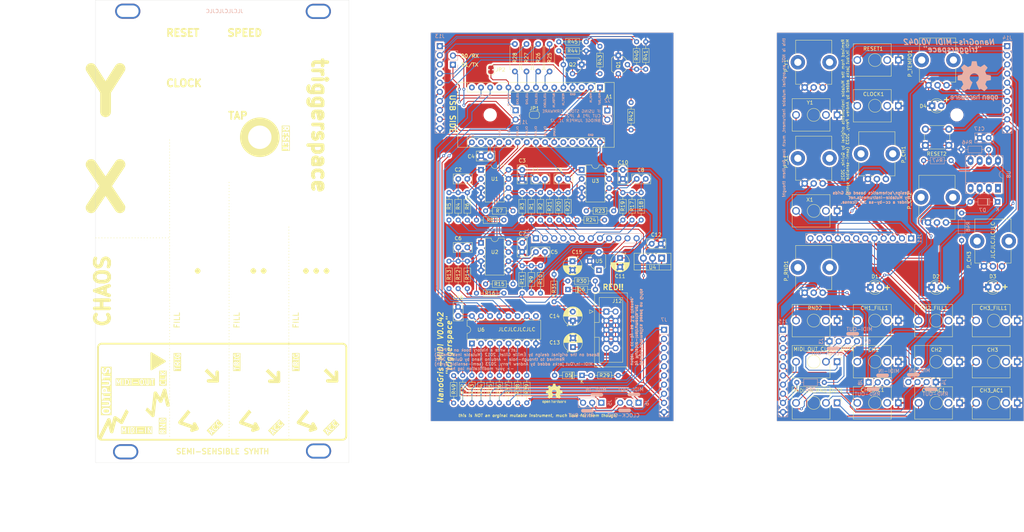
<source format=kicad_pcb>
(kicad_pcb (version 20240108) (generator "pcbnew") (generator_version "8.0")
  (layers (0 "F.Cu" signal) (31 "B.Cu" signal) (34 "B.Paste" user) (35 "F.Paste" user) (36 "B.SilkS" user "B.Silkscreen") (37 "F.SilkS" user "F.Silkscreen") (38 "B.Mask" user) (39 "F.Mask" user) (44 "Edge.Cuts" user))
  (net 0 "")
  (net 1 "SCK")
  (net 2 "MOSI")
  (net 3 "GND")
  (net 4 "SS")
  (net 5 "P_TEMPO")
  (net 6 "LED_CH1")
  (net 7 "LED_CH2")
  (net 8 "CV_CH3")
  (net 9 "LED_CH3")
  (net 10 "CV_CH2")
  (net 11 "LED_CLOCK")
  (net 12 "CV_CH1")
  (net 13 "SW_RESET")
  (net 14 "CV_RND")
  (net 15 "IN_RESET")
  (net 16 "CV_Y")
  (net 17 "CV_X")
  (net 19 "IN_MIDI")
  (net 20 "IN_CLOCK")
  (net 21 "Net-(A1-D4)")
  (net 22 "Net-(A1-D5)")
  (net 23 "ref_5")
  (net 24 "Net-(A1-D6)")
  (net 25 "Net-(A1-D7)")
  (net 26 "J_CH1")
  (net 27 "J_CH2")
  (net 28 "P_CH1")
  (net 29 "P_CH2")
  (net 30 "J_RND")
  (net 31 "J_X")
  (net 32 "J_Y")
  (net 33 "J_CLK")
  (net 34 "J_RESET")
  (net 35 "P_Y")
  (net 36 "P_X")
  (net 37 "P_RND")
  (net 38 "P_CH3")
  (net 39 "J_CH3")
  (net 40 "+12V")
  (net 41 "-12V")
  (net 44 "Net-(A1-AREF)")
  (net 48 "Net-(U1B--)")
  (net 49 "CH1")
  (net 50 "Net-(U1A--)")
  (net 51 "CH2")
  (net 52 "Net-(U2B--)")
  (net 53 "CH3")
  (net 54 "Net-(U2A--)")
  (net 55 "CH1_ACC")
  (net 56 "Net-(U3B--)")
  (net 57 "CH2_ACC")
  (net 58 "Net-(U3A--)")
  (net 59 "CH3_ACC")
  (net 60 "Net-(D5-K)")
  (net 61 "CH_CLOCK")
  (net 62 "Net-(D5-A)")
  (net 63 "CH_RND")
  (net 64 "Net-(D6-K)")
  (net 65 "Net-(D6-A)")
  (net 66 "Net-(D7-K)")
  (net 67 "Net-(D7-A)")
  (net 68 "+5V")
  (net 69 "Net-(Q1-B)")
  (net 70 "Net-(Q2-B)")
  (net 71 "Net-(U6-QA)")
  (net 72 "Net-(U6-QB)")
  (net 73 "Net-(U6-QC)")
  (net 74 "Net-(U6-QD)")
  (net 75 "Net-(U6-QE)")
  (net 76 "Net-(U6-QF)")
  (net 77 "Net-(U6-QG)")
  (net 78 "Net-(U6-QH)")
  (net 79 "Net-(U8-VO1)")
  (net 83 "OUT_MIDI")
  (net 85 "/CLOCK_IN")
  (net 86 "/MIDI_OUT")
  (net 87 "Net-(J3-Pin_2)")
  (net 88 "Net-(J3-Pin_3)")
  (net 89 "Net-(J3-Pin_4)")
  (net 90 "Net-(J4-Pin_2)")
  (net 91 "Net-(J4-Pin_3)")
  (net 92 "Net-(J4-Pin_4)")
  (net 93 "Net-(J8-Pin_3)")
  (net 94 "Net-(J6-Pin_1)")
  (net 95 "/MIDI-IN_RND_OUT")
  (net 96 "/MIDI_OUT-CLOCK_OUT")
  (footprint "Module:Arduino_Nano" (layer "F.Cu") (at 148.59 33.02 -90)
    (property "Reference" "A1")
    (property "Value" "Arduino_Nano_v2.x")
  )
  (footprint "Capacitor_THT:C_Disc_D5.0mm_W2.5mm_P2.50mm" (layer "F.Cu") (at 130.81 58.42)
    (property "Reference" "C1")
    (property "Value" "10nf")
  )
  (footprint "Capacitor_THT:C_Disc_D5.0mm_W2.5mm_P2.50mm" (layer "F.Cu") (at 111.76 58.42 180)
    (property "Reference" "C2")
    (property "Value" "10nf")
  )
  (footprint "Capacitor_THT:C_Disc_D5.0mm_W2.5mm_P2.50mm" (layer "F.Cu") (at 115.61 52.07)
    (property "Reference" "C4")
    (property "Value" "100nf")
  )
  (footprint "Resistor_THT:R_Axial_DIN0204_L3.6mm_D1.6mm_P7.62mm_Horizontal" (layer "F.Cu") (at 129.54 62.23 -90)
    (property "Reference" "R1")
    (property "Value" "100k")
  )
  (footprint "Resistor_THT:R_Axial_DIN0204_L3.6mm_D1.6mm_P7.62mm_Horizontal" (layer "F.Cu") (at 132.08 62.23 -90)
    (property "Reference" "R2")
    (property "Value" "100k")
  )
  (footprint "Resistor_THT:R_Axial_DIN0204_L3.6mm_D1.6mm_P7.62mm_Horizontal" (layer "F.Cu") (at 127 62.23 -90)
    (property "Reference" "R3")
    (property "Value" "100k")
  )
  (footprint "Resistor_THT:R_Axial_DIN0204_L3.6mm_D1.6mm_P7.62mm_Horizontal" (layer "F.Cu") (at 109.22 62.23 -90)
    (property "Reference" "R4")
    (property "Value" "100k")
  )
  (footprint "Resistor_THT:R_Axial_DIN0204_L3.6mm_D1.6mm_P7.62mm_Horizontal" (layer "F.Cu") (at 106.68 62.23 -90)
    (property "Reference" "R5")
    (property "Value" "100k")
  )
  (footprint "Resistor_THT:R_Axial_DIN0204_L3.6mm_D1.6mm_P7.62mm_Horizontal" (layer "F.Cu") (at 111.76 62.23 -90)
    (property "Reference" "R6")
    (property "Value" "100k")
  )
  (footprint "Resistor_THT:R_Axial_DIN0204_L3.6mm_D1.6mm_P7.62mm_Horizontal" (layer "F.Cu") (at 124.46 67.31 180)
    (property "Reference" "R7")
    (property "Value" "100k")
  )
  (footprint "Resistor_THT:R_Axial_DIN0204_L3.6mm_D1.6mm_P7.62mm_Horizontal" (layer "F.Cu") (at 114.3 69.85)
    (property "Reference" "R8")
    (property "Value" "100k")
  )
  (footprint "Package_DIP:DIP-8_W7.62mm" (layer "F.Cu") (at 115.57 55.88)
    (property "Reference" "U1")
    (property "Value" "MCP6002_1")
  )
  (footprint "Capacitor_THT:C_Disc_D5.0mm_W2.5mm_P2.50mm" (layer "F.Cu") (at 127 55.92 -90)
    (property "Reference" "C3")
    (property "Value" "100nf")
  )
  (footprint "Capacitor_THT:C_Disc_D5.0mm_W2.5mm_P2.50mm" (layer "F.Cu") (at 130.81 78.74)
    (property "Reference" "C5")
    (property "Value" "10nf")
  )
  (footprint "Capacitor_THT:C_Disc_D5.0mm_W2.5mm_P2.50mm" (layer "F.Cu") (at 111.76 77.47 180)
    (property "Reference" "C6")
    (property "Value" "10nf")
  )
  (footprint "Capacitor_THT:C_Disc_D5.0mm_W2.5mm_P2.50mm" (layer "F.Cu") (at 127 76.2 -90)
    (property "Reference" "C7")
    (property "Value" "100nf")
  )
  (footprint "Resistor_THT:R_Axial_DIN0204_L3.6mm_D1.6mm_P7.62mm_Horizontal" (layer "F.Cu") (at 129.54 82.55 -90)
    (property "Reference" "R9")
    (property "Value" "100k")
  )
  (footprint "Resistor_THT:R_Axial_DIN0204_L3.6mm_D1.6mm_P7.62mm_Horizontal" (layer "F.Cu") (at 132.08 82.55 -90)
    (property "Reference" "R10")
    (property "Value" "100k")
  )
  (footprint "Resistor_THT:R_Axial_DIN0204_L3.6mm_D1.6mm_P7.62mm_Horizontal" (layer "F.Cu") (at 127 82.55 -90)
    (property "Reference" "R11")
    (property "Value" "100k")
  )
  (footprint "Resistor_THT:R_Axial_DIN0204_L3.6mm_D1.6mm_P7.62mm_Horizontal" (layer "F.Cu") (at 109.22 81.28 -90)
    (property "Reference" "R12")
    (property "Value" "100k")
  )
  (footprint "Resistor_THT:R_Axial_DIN0204_L3.6mm_D1.6mm_P7.62mm_Horizontal" (layer "F.Cu") (at 106.68 81.28 -90)
    (property "Reference" "R13")
    (property "Value" "100k")
  )
  (footprint "Resistor_THT:R_Axial_DIN0204_L3.6mm_D1.6mm_P7.62mm_Horizontal" (layer "F.Cu") (at 111.76 81.28 -90)
    (property "Reference" "R14")
    (property "Value" "100k")
  )
  (footprint "Resistor_THT:R_Axial_DIN0204_L3.6mm_D1.6mm_P7.62mm_Horizontal" (layer "F.Cu") (at 124.46 87.63 180)
    (property "Reference" "R15")
    (property "Value" "100k")
  )
  (footprint "Resistor_THT:R_Axial_DIN0204_L3.6mm_D1.6mm_P7.62mm_Horizontal" (layer "F.Cu") (at 114.3 90.17)
    (property "Reference" "R16")
    (property "Value" "100k")
  )
  (footprint "Package_DIP:DIP-8_W7.62mm" (layer "F.Cu") (at 115.57 76.2)
    (property "Reference" "U2")
    (property "Value" "MCP6002_1")
  )
  (footprint "Capacitor_THT:C_Disc_D5.0mm_W2.5mm_P2.50mm" (layer "F.Cu") (at 158.79 58.42)
    (property "Reference" "C8")
    (property "Value" "10nf")
  )
  (footprint "Capacitor_THT:C_Disc_D5.0mm_W2.5mm_P2.50mm" (layer "F.Cu") (at 139.7 58.42 180)
    (property "Reference" "C9")
    (property "Value" "10nf")
  )
  (footprint "Capacitor_THT:C_Disc_D5.0mm_W2.5mm_P2.50mm" (layer "F.Cu") (at 154.94 55.92 -90)
    (property "Reference" "C10")
    (property "Value" "100nf")
  )
  (footprint "Resistor_THT:R_Axial_DIN0204_L3.6mm_D1.6mm_P7.62mm_Horizontal" (layer "F.Cu") (at 157.48 62.23 -90)
    (property "Reference" "R17")
    (property "Value" "100k")
  )
  (footprint "Resistor_THT:R_Axial_DIN0204_L3.6mm_D1.6mm_P7.62mm_Horizontal" (layer "F.Cu") (at 160.02 62.23 -90)
    (property "Reference" "R18")
    (property "Value" "100k")
  )
  (footprint "Resistor_THT:R_Axial_DIN0204_L3.6mm_D1.6mm_P7.62mm_Horizontal" (layer "F.Cu") (at 154.94 62.23 -90)
    (property "Reference" "R19")
    (property "Value" "100k")
  )
  (footprint "Resistor_THT:R_Axial_DIN0204_L3.6mm_D1.6mm_P7.62mm_Horizontal" (layer "F.Cu") (at 137.16 62.23 -90)
    (property "Reference" "R20")
    (property "Value" "100k")
  )
  (footprint "Resistor_THT:R_Axial_DIN0204_L3.6mm_D1.6mm_P7.62mm_Horizontal" (layer "F.Cu") (at 134.62 62.23 -90)
    (property "Reference" "R21")
    (property "Value" "100k")
  )
  (footprint "Resistor_THT:R_Axial_DIN0204_L3.6mm_D1.6mm_P7.62mm_Horizontal" (layer "F.Cu") (at 139.7 62.23 -90)
    (property "Reference" "R22")
    (property "Value" "100k")
  )
  (footprint "Resistor_THT:R_Axial_DIN0204_L3.6mm_D1.6mm_P7.62mm_Horizontal" (layer "F.Cu") (at 152.4 67.31 180)
    (property "Reference" "R23")
    (property "Value" "100k")
  )
  (footprint "Resistor_THT:R_Axial_DIN0204_L3.6mm_D1.6mm_P7.62mm_Horizontal" (layer "F.Cu") (at 142.24 69.85)
    (property "Reference" "R24")
    (property "Value" "100k")
  )
  (footprint "Package_DIP:DIP-8_W7.62mm" (layer "F.Cu") (at 143.51 55.88)
    (property "Reference" "U3")
    (property "Value" "MCP6002_1")
  )
  (footprint "LED_THT:LED_D3.0mm" (layer "F.Cu") (at 223.646453 88.519)
    (property "Reference" "D1")
    (property "Value" "CH1")
  )
  (footprint "LED_THT:LED_D3.0mm" (layer "F.Cu") (at 240.613653 88.519)
    (property "Reference" "D2")
    (property "Value" "CH2")
  )
  (footprint "LED_THT:LED_D3.0mm" (layer "F.Cu") (at 256.361653 88.4682)
    (property "Reference" "D3")
    (property "Value" "CH3")
  )
  (footprint "LED_THT:LED_D3.0mm" (layer "F.Cu") (at 240.760453 38.1)
    (property "Reference" "D4")
    (property "Value" "CLK")
  )
  (footprint "Connector_Audio:Jack_3.5mm_QingPu_WQP-PJ398SM_Vertical_CircularHoles" (layer "F.Cu") (at 231.41 97.79 -90)
    (property "Reference" "CH1_FILL1")
    (property "Value" "CV_CH1")
  )
  (footprint "Connector_Audio:Jack_3.5mm_QingPu_WQP-PJ398SM_Vertical_CircularHoles" (layer "F.Cu") (at 214.41 97.79 -90)
    (property "Reference" "RND2")
    (property "Value" "CV_RND")
  )
  (footprint "Connector_Audio:Jack_3.5mm_QingPu_WQP-PJ398SM_Vertical_CircularHoles" (layer "F.Cu") (at 248.41 97.79 -90)
    (property "Reference" "CH2_FILL1")
    (property "Value" "CV_CH2")
  )
  (footprint "Connector_Audio:Jack_3.5mm_QingPu_WQP-PJ398SM_Vertical_CircularHoles" (layer "F.Cu") (at 214.41 67.31 -90)
    (property "Reference" "X1")
    (property "Value" "CV_X")
  )
  (footprint "Connector_Audio:Jack_3.5mm_QingPu_WQP-PJ398SM_Vertical_CircularHoles" (layer "F.Cu") (at 264.41 97.79 -90)
    (property "Reference" "CH3_FILL1")
    (property "Value" "CV_CH3")
  )
  (footprint "Connector_Audio:Jack_3.5mm_QingPu_WQP-PJ398SM_Vertical_CircularHoles" (layer "F.Cu") (at 214.41 40.64 -90)
    (property "Reference" "Y1")
    (property "Value" "CV_Y")
  )
  (footprint "Connector_Audio:Jack_3.5mm_QingPu_WQP-PJ398SM_Vertical_CircularHoles" (layer "F.Cu") (at 231.41 38.1 -90)
    (property "Reference" "CLOCK1")
    (property "Value" "CV_CLOCK")
  )
  (footprint "Connector_Audio:Jack_3.5mm_QingPu_WQP-PJ398SM_Vertical_CircularHoles" (layer "F.Cu") (at 231.41 25.4 -90)
    (property "Reference" "RESET1")
    (property "Value" "CV_RESET")
  )
  (footprint "Potentiometer_THT:Potentiometer_Alps_RK09K_Single_Vertical_round" (layer "F.Cu") (at 227.946853 58.4502 90)
    (property "Reference" "P_CH1")
    (property "Value" "10k")
  )
  (footprint "Potentiometer_THT:Potentiometer_Alps_RK09K_Single_Vertical_round" (layer "F.Cu") (at 244.625453 70.55 90)
    (property "Reference" "P_CH2")
    (property "Value" "10k")
  )
  (footprint "Potentiometer_THT:Potentiometer_Alps_RK09K_Single_Vertical_round" (layer "F.Cu") (at 260.164906 82.6948 90)
    (property "Reference" "P_CH3")
    (property "Value" "10k")
  )
  (footprint "Potentiometer_THT:Potentiometer_Alps_RK09K_Single_Vertical_round" (layer "F.Cu") (at 210.41 59.69 90)
    (property "Reference" "P_X1")
    (property "Value" "10k")
  )
  (footprint "Potentiometer_THT:Potentiometer_Alps_RK09K_Single_Vertical_round" (layer "F.Cu") (at 210.41 90.05 90)
    (property "Reference" "P_RND1")
    (property "Value" "10k")
  )
  (footprint "Potentiometer_THT:Potentiometer_Alps_RK09K_Single_Vertical_round" (layer "F.Cu") (at 210.41 33.02 90)
    (property "Reference" "P_Y1")
    (property "Value" "10k")
  )
  (footprint "Potentiometer_THT:Potentiometer_Alps_RK09K_Single_Vertical_round" (layer "F.Cu") (at 244.79 32.4 90)
    (property "Reference" "P_TEMPO1")
    (property "Value" "10k")
  )
  (footprint "Capacitor_THT:CP_Radial_D5.0mm_P2.50mm" (layer "F.Cu") (at 154.164512 80.388626 -90)
    (property "Reference" "C11")
    (property "Value" "0.47uf")
  )
  (footprint "Capacitor_THT:C_Disc_D5.0mm_W2.5mm_P2.50mm" (layer "F.Cu") (at 162.953732 76.44341)
    (property "Reference" "C12")
    (property "Value" "10nf")
  )
  (footprint "Capacitor_THT:CP_Radial_D5.0mm_P2.50mm" (layer "F.Cu") (at 141.1 105.15 90)
    (property "Reference" "C13")
    (property "Value" "10uf")
  )
  (footprint "Capacitor_THT:CP_Radial_D5.0mm_P2.50mm" (layer "F.Cu") (at 141.05 97.825 90)
    (property "Reference" "C14")
    (property "Value" "10uf")
  )
  (footprint "Capacitor_THT:CP_Radial_D5.0mm_P2.50mm" (layer "F.Cu") (at 140.97 81.28 -90)
    (property "Reference" "C15")
    (property "Value" "0.47uf")
  )
  (footprint "Diode_THT:D_DO-34_SOD68_P7.62mm_Horizontal" (layer "F.Cu") (at 143.6116 113.0046 180)
    (property "Reference" "D5")
    (property "Value" "1N5817")
  )
  (footprint "Diode_THT:D_DO-34_SOD68_P7.62mm_Horizontal" (layer "F.Cu") (at 139.7 89.154)
    (property "Reference" "D6")
    (property "Value" "1N5817")
  )
  (footprint "Connector_IDC:IDC-Header_2x05_P2.54mm_Vertical" (layer "F.Cu") (at 150.366892 95.292585)
    (property "Reference" "J12")
    (property "Value" "Conn_02x05_Odd_Even")
  )
  (footprint "Package_TO_SOT_THT:TO-92_Wide" (layer "F.Cu") (at 153.67 24.13 -90)
    (property "Reference" "Q1")
    (property "Value" "2N3904")
  )
  (footprint "Package_TO_SOT_THT:TO-92_Wide" (layer "F.Cu") (at 143.51 26.67 180)
    (property "Reference" "Q2")
    (property "Value" "2N3904")
  )
  (footprint "Resistor_THT:R_Axial_DIN0204_L3.6mm_D1.6mm_P7.62mm_Horizontal" (layer "F.Cu") (at 153.67 113.03 180)
    (property "Reference" "R29")
    (property "Value" "10r")
  )
  (footprint "Resistor_THT:R_Axial_DIN0204_L3.6mm_D1.6mm_P7.62mm_Horizontal" (layer "F.Cu") (at 147.2692 86.7918 180)
    (property "Reference" "R30")
    (property "Value" "10r")
  )
  (footprint "Resistor_THT:R_Axial_DIN0204_L3.6mm_D1.6mm_P7.62mm_Horizontal" (layer "F.Cu") (at 135.850047 92.563624 90)
    (property "Reference" "R31")
    (property "Value" "10k")
  )
  (footprint "Resistor_THT:R_Axial_DIN0204_L3.6mm_D1.6mm_P7.62mm_Horizontal" (layer "F.Cu") (at 110.49 120.65 90)
    (property "Reference" "R32")
    (property "Value" "1k")
  )
  (footprint "Resistor_THT:R_Axial_DIN0204_L3.6mm_D1.6mm_P7.62mm_Horizontal" (layer "F.Cu") (at 113.03 120.65 90)
    (property "Reference" "R33")
    (property "Value" "1k")
  )
  (footprint "Resistor_THT:R_Axial_DIN0204_L3.6mm_D1.6mm_P7.62mm_Horizontal" (layer "F.Cu") (at 115.57 120.65 90)
    (property "Reference" "R34")
    (property "Value" "1k")
  )
  (footprint "Resistor_THT:R_Axial_DIN0204_L3.6mm_D1.6mm_P7.62mm_Horizontal" (layer "F.Cu") (at 118.11 120.65 90)
    (property "Reference" "R35")
    (property "Value" "1k")
  )
  (footprint "Resistor_THT:R_Axial_DIN0204_L3.6mm_D1.6mm_P7.62mm_Horizontal" (layer "F.Cu") (at 120.65 120.65 90)
    (property "Reference" "R36")
    (property "Value" "1k")
  )
  (footprint "Resistor_THT:R_Axial_DIN0204_L3.6mm_D1.6mm_P7.62mm_Horizontal" (layer "F.Cu") (at 123.19 120.65 90)
    (property "Reference" "R37")
    (property "Value" "1k")
  )
  (footprint "Resistor_THT:R_Axial_DIN0204_L3.6mm_D1.6mm_P7.62mm_Horizontal" (layer "F.Cu") (at 125.73 120.65 90)
    (property "Reference" "R38")
    (property "Value" "1k")
  )
  (footprint "Resistor_THT:R_Axial_DIN0204_L3.6mm_D1.6mm_P7.62mm_Horizontal" (layer "F.Cu") (at 128.27 120.65 90)
    (property "Reference" "R39")
    (property "Value" "1k")
  )
  (footprint "Resistor_THT:R_Axial_DIN0204_L3.6mm_D1.6mm_P7.62mm_Horizontal" (layer "F.Cu") (at 158.75 27.94 90)
    (property "Reference" "R40")
    (property "Value" "100k")
  )
  (footprint "Resistor_THT:R_Axial_DIN0204_L3.6mm_D1.6mm_P7.62mm_Horizontal" (layer "F.Cu") (at 161.29 27.94 90)
    (property "Reference" "R41")
    (property "Value" "100k")
  )
  (footprint "Resistor_THT:R_Axial_DIN0204_L3.6mm_D1.6mm_P7.62mm_Horizontal" (layer "F.Cu") (at 157.226 44.8056 90)
    (property "Reference" "R42")
    (property "Value" "100k")
  )
  (footprint "Resistor_THT:R_Axial_DIN0204_L3.6mm_D1.6mm_P7.62mm_Horizontal" (layer "F.Cu") (at 148.59 29.21 90)
    (property "Reference" "R43")
    (property "Value" "100k")
  )
  (footprint "Resistor_THT:R_Axial_DIN0204_L3.6mm_D1.6mm_P7.62mm_Horizontal" (layer "F.Cu") (at 137.16 22.86)
    (property "Reference" "R44")
    (property "Value" "100k")
  )
  (footprint "Resistor_THT:R_Axial_DIN0204_L3.6mm_D1.6mm_P7.62mm_Horizontal" (layer "F.Cu") (at 144.78 20.32 180)
    (property "Reference" "R45")
    (property "Value" "100k")
  )
  (footprint "Package_TO_SOT_THT:TO-220-3_Vertical" (layer "F.Cu") (at 165.712493 80.454426 180)
    (property "Reference" "U4")
    (property "Value" "L7805")
  )
  (footprint "Package_TO_SOT_THT:TO-92_Wide" (layer "F.Cu") (at 148.308271 83.81025 90)
    (property "Reference" "U5")
    (property "Value" "LM4040LP-5")
  )
  (footprint "Package_DIP:DIP-16_W7.62mm" (layer "F.Cu") (at 113.03 104.14 90)
    (property "Reference" "U6")
    (property "Value" "74HC595")
  )
  (footprint "Capacitor_THT:C_Disc_D5.0mm_W2.5mm_P2.50mm" (layer "F.Cu") (at 109.22 96.48 90)
    (property "Reference" "C16")
    (property "Value" "100nf")
  )
  (footprint "Resistor_THT:R_Axial_DIN0207_L6.3mm_D2.5mm_P7.62mm_Horizontal" (layer "F.Cu") (at 134.5946 28.575 90)
    (property "Reference" "R25")
    (property "Value" "100r")
  )
  (footprint "Resistor_THT:R_Axial_DIN0207_L6.3mm_D2.5mm_P7.62mm_Horizontal" (layer "F.Cu") (at 131.445 28.575 90)
    (property "Reference" "R26")
    (property "Value" "100r")
  )
  (footprint "Resistor_THT:R_Axial_DIN0207_L6.3mm_D2.5mm_P7.62mm_Horizontal" (layer "F.Cu") (at 128.1938 28.575 90)
    (property "Reference" "R27")
    (property "Value" "100r")
  )
  (footprint "Resistor_THT:R_Axial_DIN0207_L6.3mm_D2.5mm_P7.62mm_Horizontal" (layer "F.Cu") (at 124.968 28.575 90)
    (property "Reference" "R28")
    (property "Value" "100r")
  )
  (footprint "Connector_Audio:Jack_3.5mm_QingPu_WQP-PJ398SM_Vertical_CircularHoles" (layer "F.Cu") (at 231.41 109.22 -90)
    (property "Reference" "CH1")
    (property "Value" "CH1")
  )
  (footprint "Connector_Audio:Jack_3.5mm_QingPu_WQP-PJ398SM_Vertical_CircularHoles" (layer "F.Cu") (at 248.41 109.22 -90)
    (property "Reference" "CH2")
    (property "Value" "CH2")
  )
  (footprint "Connector_Audio:Jack_3.5mm_QingPu_WQP-PJ398SM_Vertical_CircularHoles" (layer "F.Cu") (at 264.41 109.22 -90)
    (property "Reference" "CH3")
    (property "Value" "CH3")
  )
  (footprint "Connector_Audio:Jack_3.5mm_QingPu_WQP-PJ398SM_Vertical_CircularHoles" (layer "F.Cu") (at 231.41 120.65 -90)
    (property "Reference" "CH1_AC1")
    (property "Value" "CH1_ACC")
  )
  (footprint "Connector_Audio:Jack_3.5mm_QingPu_WQP-PJ398SM_Vertical_CircularHoles" (layer "F.Cu") (at 248.41 120.65 -90)
    (property "Reference" "CH2_AC1")
    (property "Value" "CH2_ACC")
  )
  (footprint "Connector_Audio:Jack_3.5mm_QingPu_WQP-PJ398SM_Vertical_CircularHoles" (layer "F.Cu") (at 264.41 120.65 -90)
    (property "Reference" "CH3_AC1")
    (property "Value" "CH3_ACC")
  )
  (footprint "MountingHole:MountingHole_3.2mm_M3" (layer "F.Cu") (at 118.11 40.64)
    (property "Reference" "H1" (hide yes))
    (property "Value" "MountingHole")
  )
  (footprint "MountingHole:MountingHole_3.2mm_M3" (layer "F.Cu") (at 247.65 40.64)
    (property "Reference" "H2" (hide yes))
    (property "Value" "MountingHole")
  )
  (footprint "Button_Switch_THT:SW_PUSH_6mm" (layer "F.Cu") (at 238.910453 44.6)
    (property "Reference" "RESET2")
    (property "Value" "SW_Push")
  )
  (footprint "Symbol:OSHW-Logo2_7.3x6mm_SilkScreen" (layer "F.Cu") (at 135.89 118.11)
    (property "Reference" "FID1" (hide yes))
    (property "Value" "Fiducial" (hide yes))
  )
  (footprint "MountingHole:MountingHole_8.4mm_M8" (layer "F.Cu") (at 19.891247 25.475942)
    (property "Reference" "H22" (hide yes))
    (property "Value" "MountingHole")
  )
  (footprint "MountingHole:MountingHole_6mm" (layer "F.Cu") (at 69.871247 97.865942)
    (property "Reference" "H16" (hide yes))
    (property "Value" "MountingHole")
  )
  (footprint "MountingHole:MountingHole_6mm" (layer "F.Cu") (at 36.901247 97.865942)
    (property "Reference" "H13" (hide yes))
    (property "Value" "MountingHole")
  )
  (footprint "Connector_Audio:Jack_3.5mm_QingPu_WQP-PJ398SM_Vertical_CircularHoles" (layer "F.Cu") (at 214.41 109.22 -90)
    (property "Reference" "MIDI_OUT_CLOCK_OUT1")
    (property "Value" "MIDI_OUT-CLOCK_OUT")
  )
  (footprint "Jumper:SolderJumper-2_P1.3mm_Bridged_RoundedPad1.0x1.5mm" (layer "F.Cu") (at 130.3782 40.64)
    (property "Reference" "JP1")
    (property "Value" "SolderJumper_2_Bridged")
  )
  (footprint "MountingHole:MountingHole_6mm" (layer "F.Cu") (at 19.891247 120.725942)
    (property "Reference" "H8" (hide yes))
    (property "Value" "MountingHole")
  )
  (footprint "MountingHole:MountingHole_6mm" (layer "F.Cu") (at 54.1605 46.855942)
    (property "Reference" "H17" (hide yes))
    (property "Value" "MountingHole")
  )
  (footprint "MountingHole:MountingHole_6mm" (layer "F.Cu") (at 53.861247 120.725942)
    (property "Reference" "H6" (hide yes))
    (property "Value" "MountingHole")
  )
  (footprint "MountingHole:MountingHole_8.4mm_M8" (layer "F.Cu") (at 19.891247 52.145942)
    (property "Reference" "H25" (hide yes))
    (property "Value" "MountingHole")
  )
  (footprint "MountingHole:MountingHole_8.4mm_M8" (layer "F.Cu") (at 37.18 51.4)
    (property "Reference" "H23" (hide yes))
    (property "Value" "MountingHole")
  )
  (footprint "MountingHole:MountingHole_3mm" (layer "F.Cu") (at 54.115856 38.074621)
    (property "Reference" "H21" (hide yes))
    (property "Value" "MountingHole")
  )
  (footprint "MountingHole:MountingHole_8.4mm_M8" (layer "F.Cu") (at 54.231247 25.55)
    (property "Reference" "H28" (hide yes))
    (property "Value" "MountingHole")
  )
  (footprint "" (layer "F.Cu") (at 70.477539 134.027892)
    (property "Reference" "")
    (property "Value" "")
  )
  (footprint "MountingHole:MountingHole_6mm" (layer "F.Cu") (at 19.891247 67.385942)
    (property "Reference" "H14" (hide yes))
    (property "Value" "MountingHole")
  )
  (footprint "MountingHole:MountingHole_6mm" (layer "F.Cu") (at 36.901247 25.475942)
    (property "Reference" "H10" (hide yes))
    (property "Value" "MountingHole")
  )
  (footprint "MountingHole:MountingHole_6mm" (layer "F.Cu") (at 19.891247 97.865942)
    (property "Reference" "H15" (hide yes))
    (property "Value" "MountingHole")
  )
  (footprint "MountingHole:MountingHole_6mm" (layer "F.Cu") (at 36.901247 38.175942)
    (property "Reference" "H12" (hide yes))
    (property "Value" "MountingHole")
  )
  (footprint "MountingHole:MountingHole_3mm" (layer "F.Cu") (at 53.8 88.5)
    (property "Reference" "H20" (hide yes))
    (property "Value" "MountingHole")
  )
  (footprint "MountingHole:MountingHole_6mm" (layer "F.Cu") (at 36.901247 120.725942)
    (property "Reference" "H1" (hide yes))
    (property "Value" "MountingHole")
  )
  (footprint "MountingHole:MountingHole_6mm" (layer "F.Cu") (at 69.871247 109.295942)
    (property "Reference" "H3" (hide yes))
    (property "Value" "MountingHole")
  )
  (footprint "MountingHole:MountingHole_6mm" (layer "F.Cu") (at 36.901247 109.295942)
    (property "Reference" "H2" (hide yes))
    (property "Value" "MountingHole")
  )
  (footprint "MountingHole:MountingHole_8.4mm_M8" (layer "F.Cu") (at 54.2 63.4)
    (property "Reference" "H26" (hide yes))
    (property "Value" "MountingHole")
  )
  (footprint "" (layer "F.Cu") (at 16.931247 134.235942)
    (property "Reference" "")
    (property "Value" "")
  )
  (footprint "MountingHole:MountingHole_6mm" (layer "F.Cu") (at 19.891247 40.715942)
    (property "Reference" "H9" (hide yes))
    (property "Value" "MountingHole")
  )
  (footprint "" (layer "F.Cu") (at 70.415596 11.876649)
    (property "Reference" "" (hide yes))
    (property "Value" "" (hide yes))
  )
  (footprint "MountingHole:MountingHole_6mm" (layer "F.Cu") (at 53.911247 97.865942)
    (property "Reference" "H11" (hide yes))
    (property "Value" "MountingHole")
  )
  (footprint "MountingHole:MountingHole_6mm" (layer "F.Cu") (at 69.871247 120.725942)
    (property "Reference" "H7" (hide yes))
    (property "Value" "MountingHole")
  )
  (footprint "" (layer "F.Cu") (at 17.515363 11.830709)
    (property "Reference" "" (hide yes))
    (property "Value" "" (hide yes))
  )
  (footprint "MountingHole:MountingHole_6mm" (layer "F.Cu") (at 19.891247 109.295942)
    (property "Reference" "H4" (hide yes))
    (property "Value" "MountingHole")
  )
  (footprint "MountingHole:MountingHole_3mm" (layer "F.Cu") (at 69.7 88.5)
    (property "Reference" "H19" (hide yes))
    (property "Value" "MountingHole")
  )
  (footprint "MountingHole:MountingHole_6mm" (layer "F.Cu") (at 53.911247 109.295942)
    (property "Reference" "H5" (hide yes))
    (property "Value" "MountingHole")
  )
  (footprint "Jumper:SolderJumper-2_P1.3mm_Bridged_RoundedPad1.0x1.5mm" (layer "F.Cu") (at 118.3132 28.0924 -90)
    (property "Reference" "JP2")
    (property "Value" "SolderJumper_2_Bridged")
  )
  (footprint "Resistor_THT:R_Axial_DIN0204_L3.6mm_D1.6mm_P7.62mm_Horizontal" (layer "F.Cu") (at 107.979853 113.0808 -90)
    (property "Reference" "R49")
    (property "Value" "220")
  )
  (footprint "MountingHole:MountingHole_8.4mm_M8" (layer "F.Cu") (at 19.891247 83)
    (property "Reference" "H24" (hide yes))
    (property "Value" "MountingHole")
  )
  (footprint "Connector_Audio:Jack_3.5mm_QingPu_WQP-PJ398SM_Vertical_CircularHoles" (layer "F.Cu") (at 214.41 120.65 -90)
    (property "Reference" "MIDI_IN_RND_OUT1")
    (property "Value" "MIDI_IN_RND")
  )
  (footprint "MountingHole:MountingHole_8.4mm_M8" (layer "F.Cu") (at 69.7 75.6)
    (property "Reference" "H27" (hide yes))
    (property "Value" "MountingHole")
  )
  (footprint "MountingHole:MountingHole_3mm" (layer "F.Cu") (at 36.9 88.5)
    (property "Reference" "H18" (hide yes))
    (property "Value" "MountingHole")
  )
  (footprint "Connector_PinSocket_2.54mm:PinSocket_1x12_P2.54mm_Vertical" (layer "B.Cu") (at 130.81 74.93 -90)
    (property "Reference" "J10")
    (property "Value" "Conn_01x12")
  )
  (footprint "Connector_PinHeader_2.54mm:PinHeader_1x12_P2.54mm_Vertical" (layer "B.Cu") (at 234.95 74.93 90)
    (property "Reference" "J11")
    (property "Value" "Conn_01x12")
  )
  (footprint "Connector_PinSocket_2.54mm:PinSocket_1x10_P2.54mm_Vertical" (layer "B.Cu") (at 104.14 21.54 180)
    (property "Reference" "J13")
    (property "Value" "Conn_01x10")
  )
  (footprint "Connector_PinHeader_2.54mm:PinHeader_1x10_P2.54mm_Vertical" (layer "B.Cu") (at 261.62 21.54 180)
    (property "Reference" "J14")
    (property "Value" "Conn_01x10")
  )
  (footprint "Connector_PinSocket_2.54mm:PinSocket_1x10_P2.54mm_Vertical" (layer "B.Cu") (at 166.37 100.33 180)
    (property "Reference" "J7")
    (property "Value" "Conn_01x10")
  )
  (footprint "Connector_PinHeader_2.54mm:PinHeader_1x10_P2.54mm_Vertical" (layer "B.Cu") (at 199.39 100.33 180)
    (property "Reference" "J15")
    (property "Value" "Conn_01x10")
  )
  (footprint "Symbol:OSHW-Logo2_14.6x12mm_SilkScreen" (layer "B.Cu") (at 252.475 31.275 180)
    (property "Reference" "FID2" (hide yes))
    (property "Value" "Fiducial" (hide yes))
  )
  (footprint "Package_DIP:DIP-8_W7.62mm_Socket_LongPads" (layer "B.Cu") (at 259.060453 61 90)
    (property "Reference" "U8")
    (property "Value" "6N138")
  )
  (footprint "Resistor_THT:R_Axial_DIN0204_L3.6mm_D1.6mm_P7.62mm_Horizontal" (layer "B.Cu") (at 248.975 75.525 90)
    (property "Reference" "R48")
    (property "Value" "220")
  )
  (footprint "Connector_PinHeader_2.54mm:PinHeader_1x03_P2.54mm_Vertical" (layer "B.Cu") (at 159.287853 120.5992 90)
    (property "Reference" "J6")
    (property "Value" "Conn_01x3")
  )
  (footprint "Connector_PinHeader_2.54mm:PinHeader_1x04_P2.54mm_Vertical" (layer "B.Cu") (at 212.297653 103.5304 -90)
    (property "Reference" "J3")
    (property "Value" "Conn_01x4")
  )
  (footprint "Connector_PinHeader_2.54mm:PinHeader_1x03_P2.54mm_Vertical" (layer "B.Cu") (at 148.975453 120.5992 90)
    (property "Reference" "J5")
    (property "Value" "Conn_01x3")
  )
  (footprint "Diode_THT:D_DO-34_SOD68_P7.62mm_Horizontal" (layer "B.Cu") (at 258.950453 64.8 180)
    (property "Reference" "D7")
    (property "Value" "1n4148")
  )
  (footprint "Resistor_THT:R_Axial_DIN0204_L3.6mm_D1.6mm_P7.62mm_Horizontal" (layer "B.Cu") (at 256.475 50.25 180)
    (property "Reference" "R46")
    (property "Value" "4.7k")
  )
  (footprint "Resistor_THT:R_Axial_DIN0204_L3.6mm_D1.6mm_P7.62mm_Horizontal" (layer "B.Cu") (at 246.05 53.325 180)
    (property "Reference" "R47")
    (property "Value" "220")
  )
  (footprint "Connector_PinHeader_2.54mm:PinHeader_1x03_P2.54mm_Vertical" (layer "B.Cu") (at 223.143453 114.935 -90)
    (property "Reference" "J8")
    (property "Value" "Conn_01x3")
  )
  (footprint "Capacitor_THT:C_Disc_D5.0mm_W2.5mm_P2.50mm" (layer "B.Cu") (at 256.475 47.05 180)
    (property "Reference" "C17")
    (property "Value" "100nf")
  )
  (footprint "Connector_PinSocket_2.54mm:PinSocket_1x02_P2.54mm_Vertical" (layer "B.Cu") (at 125.1712 39.37 180)
    (property "Reference" "J1")
    (property "Value" "Conn_01x2")
  )
  (footprint "Connector_PinSocket_2.54mm:PinSocket_1x02_P2.54mm_Vertical" (layer "B.Cu") (at 107.774304 26.702626)
    (property "Reference" "J4")
    (property "Value" "Conn_01x2")
  )
  (footprint "Resistor_THT:R_Axial_DIN0204_L3.6mm_D1.6mm_P7.62mm_Horizontal" (layer "B.Cu") (at 203.229853 114.9604)
    (property "Reference" "R50")
    (property "Value" "220")
  )
  (footprint "Connector_PinHeader_2.54mm:PinHeader_1x04_P2.54mm_Vertical" (layer "B.Cu") (at 241.802453 114.8842 90)
    (property "Reference" "J4")
    (property "Value" "Conn_01x4")
  )
  (footprint "Connector_PinSocket_2.54mm:PinSocket_1x02_P2.54mm_Vertical" (layer "B.Cu") (at 150.6474 39.4208 180)
    (property "Reference" "J2")
    (property "Value" "Conn_01x2")
  )
  (gr_line (start 217.453853 101.4476) (end 219.993853 101.4476) (stroke (width 1)) (layer "B.SilkS"))
  (gr_line (start 156.747853 118.3132) (end 159.287853 118.3132) (stroke (width 1)) (layer "B.SilkS"))
  (gr_line (start 211.992853 105.537) (end 214.532853 105.537) (stroke (width 1)) (layer "B.SilkS"))
  (gr_line (start 225.759653 113.0046) (end 228.299653 113.0046) (stroke (width 1)) (layer "B.SilkS"))
  (gr_line (start 239.170853 116.8654) (end 241.710853 116.8654) (stroke (width 1)) (layer "B.SilkS"))
  (gr_line (start 223.092653 116.8654) (end 225.632653 116.8654) (stroke (width 1)) (layer "B.SilkS"))
  (gr_line (start 143.844653 122.8344) (end 146.384653 122.8344) (stroke (width 1)) (layer "B.SilkS"))
  (gr_line (start 234.294053 112.8268) (end 236.834053 112.8268) (stroke (width 1)) (layer "B.SilkS"))
  (gr_line (start 154.157053 122.7328) (end 156.697053 122.7328) (stroke (width 1)) (layer "B.SilkS"))
  (gr_line (start 146.435453 118.4148) (end 148.975453 118.4148) (stroke (width 1)) (layer "B.SilkS"))
  (gr_line (start 75.441247 114.535942) (end 75.441247 112.135942) (stroke (width 1)) (layer "F.SilkS"))
  (gr_line (start 32.041247 126.035942) (end 34.641247 122.835942) (stroke (width 1)) (layer "F.SilkS"))
  (gr_line (start 45.641247 59.4) (end 45.641247 130.705942) (stroke (width 0.2) (type dot)) (layer "F.SilkS"))
  (gr_line (start 24.476694 124.086538) (end 22.876693 122.489231) (stroke (width 1)) (layer "F.SilkS"))
  (gr_line (start 59.341247 114.635942) (end 59.341247 112.235942) (stroke (width 1)) (layer "F.SilkS"))
  (gr_line (start 62.221247 71.8) (end 62.221247 130.705942) (stroke (width 0.2) (type dot)) (layer "F.SilkS"))
  (gr_line (start 15.775 126.025) (end 14.025 124.85) (stroke (width 1)) (layer "F.SilkS"))
  (gr_line (start 24.476694 124.086538) (end 25.186287 117.984031) (stroke (width 1)) (layer "F.SilkS"))
  (gr_line (start 13.05 128.6) (end 12.252896 125.411689) (stroke (width 1)) (layer "F.SilkS"))
  (gr_line (start 28.8375 74.7875) (end 8.3625 74.8125) (stroke (width 0.2) (type dot)) (layer "F.SilkS"))
  (gr_line (start 29.131247 47.6) (end 29.131247 130.705942) (stroke (width 0.2) (type dot)) (layer "F.SilkS"))
  (gr_arc (start 78.174609 129.840341) (mid 77.891408 130.576088) (end 77.169753 130.893513) (stroke (width 0.5)) (layer "F.SilkS"))
  (gr_line (start 36.691247 127.785942) (end 36.041247 126.535942) (stroke (width 1)) (layer "F.SilkS"))
  (gr_line (start 69.591247 127.785942) (end 68.941247 126.535942) (stroke (width 1)) (layer "F.SilkS"))
  (gr_line (start 15.775 126.025) (end 17.325 122.925) (stroke (width 1)) (layer "F.SilkS"))
  (gr_line (start 59.341247 114.635942) (end 56.941247 114.635942) (stroke (width 1)) (layer "F.SilkS"))
  (gr_line (start 53.541247 127.735942) (end 48.941247 126.135942) (stroke (width 1)) (layer "F.SilkS"))
  (gr_line (start 78.174419 105.220799) (end 78.174609 129.840341) (stroke (width 0.5)) (layer "F.SilkS"))
  (gr_line (start 77.121247 104.215942) (end 10.266321 104.209003) (stroke (width 0.5)) (layer "F.SilkS"))
  (gr_arc (start 77.121247 104.215942) (mid 77.857007 104.499142) (end 78.174419 105.220799) (stroke (width 0.5)) (layer "F.SilkS"))
  (gr_line (start 13.05 128.6) (end 14.025 124.85) (stroke (width 1)) (layer "F.SilkS"))
  (gr_line (start 59.341247 114.635942) (end 56.141247 111.535942) (stroke (width 1)) (layer "F.SilkS"))
  (gr_line (start 53.591247 127.785942) (end 52.241247 128.235942) (stroke (width 1)) (layer "F.SilkS"))
  (gr_circle (center 54.160453 46.85) (end 59.591383 47.178488) (stroke (width 0.12)) (fill solid) (layer "F.SilkS"))
  (gr_line (start 10.302018 130.898023) (end 77.169753 130.893513) (stroke (width 0.5)) (layer "F.SilkS"))
  (gr_line (start 69.541247 127.735942) (end 64.941247 126.135942) (stroke (width 1)) (layer "F.SilkS"))
  (gr_line (start 42.341247 114.535942) (end 39.941247 114.535942) (stroke (width 1)) (layer "F.SilkS"))
  (gr_line (start 26.65 120.125) (end 25.186287 117.984031) (stroke (width 1)) (layer "F.SilkS"))
  (gr_line (start 42.341247 114.535942) (end 42.341247 112.135942) (stroke (width 1)) (layer "F.SilkS"))
  (gr_line (start 12.252896 125.411689) (end 9.925 130.2) (stroke (width 1)) (layer "F.SilkS"))
  (gr_line (start 42.341247 114.535942) (end 39.141247 111.435942) (stroke (width 1)) (layer "F.SilkS"))
  (gr_line (start 26.65 120.125) (end 27.75 117.225) (stroke (width 1)) (layer "F.SilkS"))
  (gr_line (start 36.691247 127.785942) (end 35.341247 128.235942) (stroke (width 1)) (layer "F.SilkS"))
  (gr_line (start 64.941247 126.035942) (end 67.541247 122.835942) (stroke (width 1)) (layer "F.SilkS"))
  (gr_line (start 69.591247 127.785942) (end 68.241247 128.235942) (stroke (width 1)) (layer "F.SilkS"))
  (gr_arc (start 9.261466 105.262175) (mid 9.544669 104.526422) (end 10.266321 104.209003) (stroke (width 0.5)) (layer "F.SilkS"))
  (gr_line (start 9.259851 105.230987) (end 9.255643 129.853894) (stroke (width 0.5)) (layer "F.SilkS"))
  (gr_line (start 27.75 117.225) (end 28.65 121.225) (stroke (width 1)) (layer "F.SilkS"))
  (gr_arc (start 10.302018 130.898023) (mid 9.566254 130.614833) (end 9.248846 129.893168) (stroke (width 0.5)) (layer "F.SilkS"))
  (gr_line (start 36.641247 127.735942) (end 32.041247 126.135942) (stroke (width 1)) (layer "F.SilkS"))
  (gr_line (start 53.591247 127.785942) (end 52.941247 126.535942) (stroke (width 1)) (layer "F.SilkS"))
  (gr_line (start 75.441247 114.535942) (end 72.241247 111.435942) (stroke (width 1)) (layer "F.SilkS"))
  (gr_line (start 48.941247 126.035942) (end 51.541247 122.835942) (stroke (width 1)) (layer "F.SilkS"))
  (gr_poly (pts (xy 24.05 111.375) (xy 27.85 109.1) (xy 24.05 106.825)) (stroke (width 0.5)) (fill solid) (layer "F.SilkS"))
  (gr_line (start 75.441247 114.535942) (end 73.041247 114.535942) (stroke (width 1)) (layer "F.SilkS"))
  (gr_line (start 101.6 125.73) (end 169 125.73) (stroke (width 0.05)) (layer "Edge.Cuts"))
  (gr_line (start 197.67 125.73) (end 197.67 17.78) (stroke (width 0.05)) (layer "Edge.Cuts"))
  (gr_line (start 197.67 125.73) (end 266.2 125.73) (stroke (width 0.05)) (layer "Edge.Cuts"))
  (gr_line (start 197.67 17.78) (end 266.2 17.78) (stroke (width 0.05)) (layer "Edge.Cuts"))
  (gr_line (start 266.2 125.73) (end 266.2 17.78) (stroke (width 0.05)) (layer "Edge.Cuts"))
  (gr_line (start 169 125.73) (end 169 17.78) (stroke (width 0.05)) (layer "Edge.Cuts"))
  (gr_line (start 101.6 17.78) (end 101.6 124.46) (stroke (width 0.05)) (layer "Edge.Cuts"))
  (gr_line (start 101.6 124.46) (end 101.6 125.73) (stroke (width 0.05)) (layer "Edge.Cuts"))
  (gr_line (start 8.561247 137.235942) (end 78.911247 137.235942) (stroke (width 0.05)) (layer "Edge.Cuts"))
  (gr_line (start 78.911247 137.235942) (end 78.911247 8.745942) (stroke (width 0.05)) (layer "Edge.Cuts"))
  (gr_line (start 169 17.78) (end 101.6 17.78) (stroke (width 0.05)) (layer "Edge.Cuts"))
  (gr_line (start 8.561247 137.235942) (end 8.561247 8.745942) (stroke (width 0.05)) (layer "Edge.Cuts"))
  (gr_line (start 8.561247 8.745942) (end 78.911247 8.745942) (stroke (width 0.05)) (layer "Edge.Cuts"))
  (gr_text "Design/schematics based on Grids \nby Mutable-Instruments.net\nunder a cc-by-sa 3.0 license. " (at 158.830653 110.3884 -90) (layer "B.SilkS") (effects (font (size 0.8 0.8) (thickness 0.2)) (justify left mirror)))
  (gr_text "JLCJLCJLCJLC" (at 44.381247 11.815942 0) (layer "B.SilkS") (effects (font (size 1 1)) (justify mirror)))
  (gr_text "MIDI-OUT" (at 224.286453 100.7618 0) (layer "B.SilkS") (effects (font (size 1 1)) (justify left bottom mirror)))
  (gr_text "this is NOT an orginal mutable instrument, much love for them though!" (at 199.623053 41.3512 90) (layer "B.SilkS") (effects (font (size 0.8 0.8) (thickness 0.153) (italic yes)) (justify mirror)))
  (gr_text "LED_CLOCK" (at 133.604 34.4424 90) (layer "B.SilkS") (effects (font (size 0.5 0.5) (thickness 0.125)) (justify left bottom mirror)))
  (gr_text "MOSI" (at 116.4336 35.5092 0) (layer "B.SilkS") (effects (font (size 0.5 0.5) (thickness 0.125)) (justify left bottom mirror)))
  (gr_text "SCK" (at 113.7666 46.6598 0) (layer "B.SilkS") (effects (font (size 0.5 0.5) (thickness 0.125)) (justify left bottom mirror)))
  (gr_text "BUTTON_IN" (at 136.0678 34.5186 90) (layer "B.SilkS") (effects (font (size 0.5 0.5) (thickness 0.125)) (justify left bottom mirror)))
  (gr_text "MIDI_OUT" (at 148.7678 34.4424 90) (layer "B.SilkS") (effects (font (size 0.5 0.5) (thickness 0.125)) (justify left bottom mirror)))
  (gr_text "RESET_IN" (at 138.684 34.5186 90) (layer "B.SilkS") (effects (font (size 0.5 0.5) (thickness 0.125)) (justify left bottom mirror)))
  (gr_text "Design/schematics based on Grids \nby Mutable-Instruments.net\nunder a cc-by-sa 3.0 license. " (at 234.65 63.6 0) (layer "B.SilkS") (effects (font (size 0.8 0.8) (thickness 0.2)) (justify left mirror)))
  (gr_text "5V" (at 223.877 104.198 0) (layer "B.SilkS") (effects (font (size 1 1)) (justify left bottom mirror)))
  (gr_text "CV_RND" (at 125.984 43.7134 90) (layer "B.SilkS") (effects (font (size 0.5 0.5) (thickness 0.125)) (justify left bottom mirror)))
  (gr_text "GND" (at 146.8374 46.5074 0) (layer "B.SilkS") (effects (font (size 0.5 0.5) (thickness 0.125)) (justify left bottom mirror)))
  (gr_text "MIDI-IN" (at 240.313853 112.2172 0) (layer "B.SilkS") (effects (font (size 1 1)) (justify left bottom mirror)))
  (gr_text "Let's write a history book on a PCB !\nBased on the original design by Émilie Gillet, 2012 (Mutable Instruments)\nRemixed to through-hole + Arduino Nano by Quinie, 2021\nMIDI-In/Out jacks added by Andrew Perry, 2023 (semi-sensible synth)\n-> your modification log here <- " (at 102.565541 111.592876 0) (layer "B.SilkS") (effects (font (size 0.8 0.8) (thickness 0.153)) (justify right bottom mirror)))
  (gr_text "{dblquote}triggerspace{dblquote}" (at 254.882427 22.411574 0) (layer "B.SilkS") (effects (font (size 1.5 1.5) (thickness 0.3) (italic yes)) (justify left mirror)))
  (gr_text "CLOCK-OUT" (at 159.668853 124.714 0) (layer "B.SilkS") (effects (font (size 1 1)) (justify left bottom mirror)))
  (gr_text "CLOCK-OUT" (at 216.183853 107.4674 0) (layer "B.SilkS") (effects (font (size 1 1)) (justify left bottom mirror)))
  (gr_text "CV_Y" (at 123.6472 44.6532 90) (layer "B.SilkS") (effects (font (size 0.5 0.5) (thickness 0.125)) (justify left bottom mirror)))
  (gr_text "SS" (at 118.5672 35.5346 0) (layer "B.SilkS") (effects (font (size 0.5 0.5) (thickness 0.125)) (justify left bottom mirror)))
  (gr_text "CV_X" (at 121.031 44.6532 90) (layer "B.SilkS") (effects (font (size 0.5 0.5) (thickness 0.125)) (justify left bottom mirror)))
  (gr_text "MIDI-IN" (at 231.779453 112.395 0) (layer "B.SilkS") (effects (font (size 1 1)) (justify left bottom mirror)))
  (gr_text "CV_CH1" (at 128.524 43.7134 90) (layer "B.SilkS") (effects (font (size 0.5 0.5) (thickness 0.125)) (justify left bottom mirror)))
  (gr_text "GND" (at 141.859 35.2044 0) (layer "B.SilkS") (effects (font (size 0.5 0.5) (thickness 0.125)) (justify left bottom mirror)))
  (gr_text "MIDI-IN" (at 150.499453 117.602 0) (layer "B.SilkS") (effects (font (size 1 1)) (justify left bottom mirror)))
  (gr_text "MIDI_IN" (at 146.3294 34.4678 90) (layer "B.SilkS") (effects (font (size 0.5 0.5) (thickness 0.125)) (justify left bottom mirror)))
  (gr_text "CV_CH3" (at 133.6294 43.688 90) (layer "B.SilkS") (effects (font (size 0.5 0.5) (thickness 0.125)) (justify left bottom mirror)))
  (gr_text "CV_CH2" (at 131.064 43.688 90) (layer "B.SilkS") (effects (font (size 0.5 0.5) (thickness 0.125)) (justify left bottom mirror)))
  (gr_text "LED_CH1" (at 131.191 34.3916 90) (layer "B.SilkS") (effects (font (size 0.5 0.5) (thickness 0.125)) (justify left bottom mirror)))
  (gr_text "LED_CH2" (at 128.6002 34.4424 90) (layer "B.SilkS") (effects (font (size 0.5 0.5) (thickness 0.125)) (justify left bottom mirror)))
  (gr_text "CLOCK_IN" (at 123.444 34.5186 90) (layer "B.SilkS") (effects (font (size 0.5 0.5) (thickness 0.125)) (justify left bottom mirror)))
  (gr_text "RND-OUT" (at 245.343053 118.7704 0) (layer "B.SilkS") (effects (font (size 1 1)) (justify left bottom mirror)))
  (gr_text "P_TEMPO" (at 136.271 43.1546 90) (layer "B.SilkS") (effects (font (size 0.5 0.5) (thickness 0.125)) (justify left bottom mirror)))
  (gr_text "RND-OUT" (at 147.019653 124.714 0) (layer "B.SilkS") (effects (font (size 1 1)) (justify left bottom mirror)))
  (gr_text "LED_CH3" (at 126.0094 34.3916 90) (layer "B.SilkS") (effects (font (size 0.5 0.5) (thickness 0.125)) (justify left bottom mirror)))
  (gr_text "IF USING STOCK FIRMWARE\nCUT JP1 & JP2\nBRIDGE JUMPER J1, J2" (at 148.849264 42.683206 0) (layer "B.SilkS") (effects (font (size 0.8 0.8) (thickness 0.125)) (justify left bottom mirror)))
  (gr_text "MIDI-OUT" (at 160.811853 117.5004 0) (layer "B.SilkS") (effects (font (size 1 1)) (justify left bottom mirror)))
  (gr_text "RND-OUT" (at 226.496253 118.7958 0) (layer "B.SilkS") (effects (font (size 1 1)) (justify left bottom mirror)))
  (gr_text "NanoGris-MIDI V0.042" (at 258.4196 20.3962 0) (layer "B.SilkS") (effects (font (size 1.5 1.5) (thickness 0.3) (italic yes)) (justify left mirror)))
  (gr_text "this is NOT an orginal mutable instrument, much love for them though!" (at 131.347853 124.1552 0) (layer "F.SilkS") (effects (font (size 0.8 0.8) (thickness 0.153) (italic yes))))
  (gr_text "NanoGris-MIDI V0.042" (at 104.322253 120.9548 90) (layer "F.SilkS") (effects (font (size 1.5 1.5) (thickness 0.3) (italic yes)) (justify left)))
  (gr_text "+" (at 244.7798 36.2966 0) (layer "F.SilkS") (effects (font (size 1.5 1.5) (thickness 0.3))))
  (gr_text "ACC" (at 41.801247 127.505942 45) (layer "F.SilkS" knockout) (effects (font (size 1.5 1.5) (thickness 0.25))))
  (gr_text "TRIG" (at 64.241247 109.235942 90) (layer "F.SilkS" knockout) (effects (font (size 1.5 1.5) (thickness 0.25))))
  (gr_text "Remixed from the Mutable Instruments original by Quinie, 2021.\nMIDI in/out jacks added by Andrew Perry, 2023 (semi-sensible synth)." (at 217.77 19.54 90) (layer "F.SilkS") (effects (font (size 0.8 0.8) (thickness 0.125)) (justify left bottom mirror)))
  (gr_text "." (at 36.925 81.55 0) (layer "F.SilkS") (effects (font (size 6 6) (thickness 1))))
  (gr_text "TRIG" (at 31.341247 109.235942 90) (layer "F.SilkS" knockout) (effects (font (size 1.5 1.5) (thickness 0.25))))
  (gr_text "CHAOS" (at 10.55 89.55 90) (layer "F.SilkS") (effects (font (size 4 4) (thickness 1) (bold yes))))
  (gr_text "+" (at 245.125 88.525 0) (layer "F.SilkS") (effects (font (size 1.5 1.5) (thickness 0.3))))
  (gr_text "FILL" (at 64.18 97.7 90) (layer "F.SilkS") (effects (font (size 1.5 1.5) (thickness 0.25))))
  (gr_text "D1/TX" (at 112.465 26.709 0) (layer "F.SilkS") (effects (font (size 1 1) (thickness 0.2) (bold yes))))
  (gr_text "RESET" (at 32.786009 17.855942 0) (layer "F.SilkS") (effects (font (size 2 2) (thickness 0.5))))
  (gr_text ".." (at 53.8 81.55 0) (layer "F.SilkS") (effects (font (size 6 6) (thickness 1))))
  (gr_text "FILL" (at 31.18 97.7 90) (layer "F.SilkS") (effects (font (size 1.5 1.5) (thickness 0.25))))
  (gr_text "FILL" (at 47.78 97.7 90) (layer "F.SilkS") (effects (font (size 1.5 1.5) (thickness 0.25))))
  (gr_text "triggerspace" (at 70.725 43.6 270) (layer "F.SilkS") (effects (font (size 4 4) (thickness 1) (bold yes))))
  (gr_text "RED!!" (at 149.166892 89.388613 0) (layer "F.SilkS") (effects (font (size 1.5 1.5) (thickness 0.3) (bold yes)) (justify left bottom)))
  (gr_text "..." (at 69.825 81.55 0) (layer "F.SilkS") (effects (font (size 6 6) (thickness 1))))
  (gr_text "TRIG" (at 47.841247 109.235942 90) (layer "F.SilkS" knockout) (effects (font (size 1.5 1.5) (thickness 0.25))))
  (gr_text "ACC" (at 58.851247 127.505942 45) (layer "F.SilkS" knockout) (effects (font (size 1.5 1.5) (thickness 0.25))))
  (gr_text "JLCJLCJLCJLC" (at 257.660453 75.525 90) (layer "F.SilkS") (effects (font (size 1 1))))
  (gr_text "OUTPUTS" (at 11.641247 117.335942 90) (layer "F.SilkS" knockout) (effects (font (size 2 2) (thickness 0.5))))
  (gr_text "RND" (at 27.25 127.1 90) (layer "F.SilkS" knockout) (effects (font (size 1.5 1.5) (thickness 0.25))))
  (gr_text "TAP" (at 48.0905 40.865942 0) (layer "F.SilkS") (effects (font (size 2 2) (thickness 0.5))))
  (gr_text "CLOCK" (at 33.119343 31.825942 0) (layer "F.SilkS") (effects (font (size 2 2) (thickness 0.5))))
  (gr_text "MIDI-IN" (at 20 128.3 0) (layer "F.SilkS" knockout) (effects (font (size 1.5 1.5) (thickness 0.25))))
  (gr_text "D0/RX" (at 112.465 24.265 0) (layer "F.SilkS") (effects (font (size 1 1) (thickness 0.2) (bold yes))))
  (gr_text "Y" (at 11.351247 34.365942 0) (layer "F.SilkS") (effects (font (size 12 12) (thickness 3))))
  (gr_text "SEMI-SENSIBLE SYNTH" (at 43.842629 134.145193 0) (layer "F.SilkS") (effects (font (size 1.5 1.5) (thickness 0.3))))
  (gr_text "X" (at 11.351247 61.035942 0) (layer "F.SilkS") (effects (font (size 12 12) (thickness 3))))
  (gr_text "SPEED" (at 50 17.855942 0) (layer "F.SilkS") (effects (font (size 2 2) (thickness 0.5))))
  (gr_text "+" (at 228.35 88.5 0) (layer "F.SilkS") (effects (font (size 1.5 1.5) (thickness 0.3))))
  (gr_text "MIDI-OUT" (at 19.5 114.925 0) (layer "F.SilkS" knockout) (effects (font (size 1.5 1.5) (thickness 0.25))))
  (gr_text "{dblquote}triggerspace{dblquote}" (at 106.709853 113.03 90) (layer "F.SilkS") (effects (font (size 1.5 1.5) (thickness 0.3) (italic yes)) (justify left)))
  (gr_text "CLK" (at 27.35 113.8 90) (layer "F.SilkS" knockout) (effects (font (size 1.5 1.5) (thickness 0.25))))
  (gr_text "USB SIDE" (at 107.6452 40.3606 270) (layer "F.SilkS") (effects (font (size 1.5 1.5) (thickness 0.3))))
  (gr_text "ACC" (at 74.081247 127.505942 45) (layer "F.SilkS" knockout) (effects (font (size 1.5 1.5) (thickness 0.25))))
  (gr_text "RESET" (at 61.3 47.025 -90) (layer "F.SilkS" knockout) (effects (font (size 1.5 1.5) (thickness 0.375) (bold yes))))
  (gr_text "+" (at 261.025 88.325 0) (layer "F.SilkS") (effects (font (size 1.5 1.5) (thickness 0.3))))
  (gr_text "JLCJLCJLCJLC" (at 125.5014 100.2284 0) (layer "F.SilkS") (effects (font (size 1 1))))
  (segment (start 120.855011 91.645011) (end 107.908009 91.645011) (width 0.25) (layer "B.Cu") (net 1))
  (segment (start 125.73 96.52) (end 120.855011 91.645011) (width 0.25) (layer "B.Cu") (net 1))
  (segment (start 105.2576 88.994602) (end 105.2576 56.0324) (width 0.25) (layer "B.Cu") (net 1))
  (segment (start 107.908009 91.645011) (end 105.2576 88.994602) (width 0.25) (layer "B.Cu") (net 1))
  (segment (start 105.2576 56.0324) (end 113.03 48.26) (width 0.25) (layer "B.Cu") (net 1))
  (segment (start 103.255453 88.1888) (end 103.255453 49.9872) (width 0.25) (layer "B.Cu") (net 2))
  (segment (start 111.8108 41.431853) (end 111.8108 38.9128) (width 0.25) (layer "B.Cu") (net 2))
  (segment (start 103.255453 49.9872) (end 111.8108 41.431853) (width 0.25) (layer "B.Cu") (net 2))
  (segment (start 103.253226 88.191027) (end 103.255453 88.1888) (width 0.25) (layer "B.Cu") (net 2))
  (segment (start 103.253227 89.283227) (end 106.824999 92.854999) (width 0.25) (layer "B.Cu") (net 2))
  (segment (start 114.444999 92.854999) (end 118.11 96.52) (width 0.25) (layer "B.Cu") (net 2))
  (segment (start 106.824999 92.854999) (end 114.444999 92.854999) (width 0.25) (layer "B.Cu") (net 2))
  (segment (start 115.57 33.02) (end 115.57 35.1536) (width 0.25) (layer "B.Cu") (net 2))
  (segment (start 103.253226 89.283227) (end 103.253227 89.283227) (width 0.25) (layer "B.Cu") (net 2))
  (segment (start 115.57 35.1536) (end 111.8108 38.9128) (width 0.25) (layer "B.Cu") (net 2))
  (segment (start 103.253226 89.283227) (end 103.253226 88.191027) (width 0.25) (layer "B.Cu") (net 2))
  (segment (start 240.760453 35.794041) (end 240.760453 38.1) (width 0.25) (layer "F.Cu") (net 3))
  (segment (start 256.625 44.4) (end 250.775 50.25) (width 0.25) (layer "F.Cu") (net 3))
  (segment (start 239.79 34.823588) (end 240.760453 35.794041) (width 0.25) (layer "F.Cu") (net 3))
  (segment (start 152.906892 102.912585) (end 152.906892 100.372585) (width 0.25) (layer "F.Cu") (net 3))
  (segment (start 155.068133 95.671344) (end 155.068133 83.792247) (width 0.25) (layer "F.Cu") (net 3))
  (segment (start 240.760453 38.1) (end 240.735053 38.1254) (width 0.25) (layer "F.Cu") (net 3))
  (segment (start 240.735053 38.1254) (end 231.4354 38.1254) (width 0.25) (layer "F.Cu") (net 3))
  (segment (start 150.366892 100.372585) (end 152.906892 100.372585) (width 0.25) (layer "F.Cu") (net 3))
  (segment (start 239.79 32.4) (end 239.79 34.823588) (width 0.25) (layer "F.Cu") (net 3))
  (segment (start 250.775 50.25) (end 246.560453 50.25) (width 0.25) (layer "F.Cu") (net 3))
  (segment (start 152.906892 97.832585) (end 150.366892 97.832585) (width 0.25) (layer "F.Cu") (net 3))
  (segment (start 152.906892 97.832585) (end 155.068133 95.671344) (width 0.25) (layer "F.Cu") (net 3))
  (segment (start 150.366892 100.372585) (end 150.366892 102.912585) (width 0.25) (layer "F.Cu") (net 3))
  (segment (start 150.366892 102.912585) (end 152.906892 102.912585) (width 0.25) (layer "F.Cu") (net 3))
  (segment (start 150.366892 97.832585) (end 150.366892 100.372585) (width 0.25) (layer "F.Cu") (net 3))
  (segment (start 246.560453 50.25) (end 245.410453 49.1) (width 0.25) (layer "F.Cu") (net 3))
  (segment (start 261.62 44.4) (end 256.625 44.4) (width 0.25) (layer "F.Cu") (net 3))
  (segment (start 152.906892 100.372585) (end 152.906892 97.832585) (width 0.25) (layer "F.Cu") (net 3))
  (segment (start 155.068133 83.792247) (end 154.164512 82.888626) (width 0.25) (layer "F.Cu") (net 3))
  (segment (start 245.410453 49.1) (end 238.910453 49.1) (width 0.25) (layer "F.Cu") (net 3))
  (segment (start 231.4354 38.1254) (end 231.41 38.1) (width 0.25) (layer "F.Cu") (net 3))
  (segment (start 264.41 120.65) (end 264.41 119.435) (width 0.25) (layer "B.Cu") (net 3))
  (segment (start 248.469177 97.849177) (end 248.469177 109.160823) (width 0.25) (layer "B.Cu") (net 3))
  (segment (start 248.41 119.435) (end 248.41 109.22) (width 0.25) (layer "B.Cu") (net 3))
  (segment (start 248.41 120.65) (end 248.41 119.435) (width 0.25) (layer "B.Cu") (net 3))
  (segment (start 212.297653 103.5304) (end 212.323053 103.505) (width 0.25) (layer "B.Cu") (net 3))
  (segment (start 248.469177 109.160823) (end 248.41 109.22) (width 0.25) (layer "B.Cu") (net 3))
  (segment (start 163.172493 80.454426) (end 163.172493 78.724649) (width 0.25) (layer "B.Cu") (net 3))
  (segment (start 212.323053 101.6508) (end 214.41 99.563853) (width 0.25) (layer "B.Cu") (net 3))
  (segment (start 212.323053 103.505) (end 212.323053 101.6508) (width 0.25) (layer "B.Cu") (net 3))
  (segment (start 163.172493 78.724649) (end 165.453732 76.44341) (width 0.25) (layer "B.Cu") (net 3))
  (segment (start 248.41 97.79) (end 248.469177 97.849177) (width 0.25) (layer "B.Cu") (net 3))
  (segment (start 214.41 99.563853) (end 214.41 97.79) (width 0.25) (layer "B.Cu") (net 3))
  (segment (start 118.872 92.202) (end 123.19 96.52) (width 0.25) (layer "B.Cu") (net 4))
  (segment (start 113.03 39.878) (end 113.03 42.168453) (width 0.25) (layer "B.Cu") (net 4))
  (segment (start 104.14 51.058453) (end 104.14 89.0524) (width 0.25) (layer "B.Cu") (net 4))
  (segment (start 118.11 34.798) (end 113.03 39.878) (width 0.25) (layer "B.Cu") (net 4))
  (segment (start 118.11 33.02) (end 118.11 34.798) (width 0.25) (layer "B.Cu") (net 4))
  (segment (start 104.14 89.0524) (end 107.2896 92.202) (width 0.25) (layer "B.Cu") (net 4))
  (segment (start 113.03 42.168453) (end 104.14 51.058453) (width 0.25) (layer "B.Cu") (net 4))
  (segment (start 107.2896 92.202) (end 118.872 92.202) (width 0.25) (layer "B.Cu") (net 4))
  (segment (start 103.611053 46.8376) (end 104.931853 46.8376) (width 0.25) (layer "F.Cu") (net 5))
  (segment (start 135.2296 46.0248) (end 135.89 46.6852) (width 0.25) (layer "F.Cu") (net 5))
  (segment (start 104.14 34.24) (end 102.8192 35.5608) (width 0.25) (layer "F.Cu") (net 5))
  (segment (start 110.9472 46.0248) (end 135.2296 46.0248) (width 0.25) (layer "F.Cu") (net 5))
  (segment (start 102.8192 46.045747) (end 103.611053 46.8376) (width 0.25) (layer "F.Cu") (net 5))
  (segment (start 135.89 46.6852) (end 135.89 48.26) (width 0.25) (layer "F.Cu") (net 5))
  (segment (start 105.744653 46.0248) (end 110.9472 46.0248) (width 0.25) (layer "F.Cu") (net 5))
  (segment (start 104.931853 46.8376) (end 105.744653 46.0248) (width 0.25) (layer "F.Cu") (net 5))
  (segment (start 102.8192 35.5608) (end 102.8192 46.045747) (width 0.25) (layer "F.Cu") (net 5))
  (segment (start 261.62 34.24) (end 243.63 34.24) (width 0.25) (layer "B.Cu") (net 5))
  (segment (start 242.29 32.9) (end 242.29 32.4) (width 0.25) (layer "B.Cu") (net 5))
  (segment (start 243.63 34.24) (end 242.29 32.9) (width 0.25) (layer "B.Cu") (net 5))
  (segment (start 226.186453 86.548998) (end 226.186453 88.519) (width 0.25) (layer "F.Cu") (net 6))
  (segment (start 227.597952 85.137499) (end 226.186453 86.548998) (width 0.25) (layer "F.Cu") (net 6))
  (via (at 227.597952 85.137499) (size 0.8) (drill 0.4) (layers "F.Cu" "B.Cu") (net 6))
  (segment (start 238.085453 73.85) (end 234.735453 70.5) (width 0.25) (layer "B.Cu") (net 6))
  (segment (start 234.735453 70.5) (end 234.735453 34.85) (width 0.25) (layer "B.Cu") (net 6))
  (segment (start 258.89 29.35) (end 261.62 26.62) (width 0.25) (layer "B.Cu") (net 6))
  (segment (start 105.808783 24.951217) (end 105.808783 23.596529) (width 0.25) (layer "B.Cu") (net 6))
  (segment (start 105.808783 23.596529) (end 108.450312 20.955) (width 0.25) (layer "B.Cu") (net 6))
  (segment (start 238.085453 76.125) (end 238.085453 73.85) (width 0.25) (layer "B.Cu") (net 6))
  (segment (start 108.450312 20.955) (end 124.968 20.955) (width 0.25) (layer "B.Cu") (net 6))
  (segment (start 104.14 26.62) (end 105.808783 24.951217) (width 0.25) (layer "B.Cu") (net 6))
  (segment (start 229.072954 85.137499) (end 238.085453 76.125) (width 0.25) (layer "B.Cu") (net 6))
  (segment (start 234.735453 34.85) (end 240.235453 29.35) (width 0.25) (layer "B.Cu") (net 6))
  (segment (start 240.235453 29.35) (end 258.89 29.35) (width 0.25) (layer "B.Cu") (net 6))
  (segment (start 227.597952 85.137499) (end 229.072954 85.137499) (width 0.25) (layer "B.Cu") (net 6))
  (segment (start 108.009767 29.16) (end 104.14 29.16) (width 0.25) (layer "B.Cu") (net 7))
  (segment (start 112.55333 24.616436) (end 113.489776 23.67999) (width 0.25) (layer "B.Cu") (net 7))
  (segment (start 258.1148 72.8472) (end 247.551857 72.8472) (width 0.25) (layer "B.Cu") (net 7))
  (segment (start 243.153653 77.245404) (end 243.153653 88.519) (width 0.25) (layer "B.Cu") (net 7))
  (segment (start 261.62 29.16) (end 264.125 31.665) (width 0.25) (layer "B.Cu") (net 7))
  (segment (start 112.55333 24.616436) (end 108.009767 29.16) (width 0.25) (layer "B.Cu") (net 7))
  (segment (start 264.125 31.665) (end 264.125 66.837) (width 0.25) (layer "B.Cu") (net 7))
  (segment (start 125.46881 23.67999) (end 128.1938 20.955) (width 0.25) (layer "B.Cu") (net 7))
  (segment (start 264.125 66.837) (end 258.1148 72.8472) (width 0.25) (layer "B.Cu") (net 7))
  (segment (start 247.551857 72.8472) (end 243.153653 77.245404) (width 0.25) (layer "B.Cu") (net 7))
  (segment (start 113.489776 23.67999) (end 125.46881 23.67999) (width 0.25) (layer "B.Cu") (net 7))
  (segment (start 151.13 58.42) (end 152.949732 60.239732) (width 0.25) (layer "F.Cu") (net 8))
  (segment (start 157.990001 59.219999) (end 158.79 58.42) (width 0.25) (layer "F.Cu") (net 8))
  (segment (start 156.970268 60.239732) (end 157.52 59.69) (width 0.25) (layer "F.Cu") (net 8))
  (segment (start 157.52 59.69) (end 157.990001 59.219999) (width 0.25) (layer "F.Cu") (net 8))
  (segment (start 152.949732 60.239732) (end 156.970268 60.239732) (width 0.25) (layer "F.Cu") (net 8))
  (segment (start 158.535081 58.42) (end 158.79 58.42) (width 0.25) (layer "B.Cu") (net 8))
  (segment (start 152.927937 66.782063) (end 152.927937 62.103849) (width 0.25) (layer "B.Cu") (net 8))
  (segment (start 150.004999 57.294999) (end 150.330001 57.620001) (width 0.25) (layer "B.Cu") (net 8))
  (segment (start 150.330001 57.620001) (end 151.13 58.42) (width 0.25) (layer "B.Cu") (net 8))
  (segment (start 142.384999 57.294999) (end 150.004999 57.294999) (width 0.25) (layer "B.Cu") (net 8))
  (segment (start 156.064387 60.890694) (end 158.535081 58.42) (width 0.25) (layer "B.Cu") (net 8))
  (segment (start 154.141092 60.890694) (end 156.064387 60.890694) (width 0.25) (layer "B.Cu") (net 8))
  (segment (start 152.4 67.31) (end 152.927937 66.782063) (width 0.25) (layer "B.Cu") (net 8))
  (segment (start 152.927937 62.103849) (end 154.141092 60.890694) (width 0.25) (layer "B.Cu") (net 8))
  (segment (start 133.35 48.26) (end 142.384999 57.294999) (width 0.25) (layer "B.Cu") (net 8))
  (segment (start 258.901653 69.598347) (end 258.901653 88.4682) (width 0.25) (layer "F.Cu") (net 9))
  (segment (start 263.25 65.25) (end 258.901653 69.598347) (width 0.25) (layer "F.Cu") (net 9))
  (via (at 263.25 65.25) (size 0.8) (drill 0.4) (layers "F.Cu" "B.Cu") (net 9))
  (segment (start 127.750663 24.649337) (end 128.27 24.13) (width 0.25) (layer "B.Cu") (net 9))
  (segment (start 128.27 24.13) (end 131.445 20.955) (width 0.25) (layer "B.Cu") (net 9))
  (segment (start 263.25 65.25) (end 263.25 33.33) (width 0.25) (layer "B.Cu") (net 9))
  (segment (start 113.606137 24.649337) (end 127.750663 24.649337) (width 0.25) (layer "B.Cu") (net 9))
  (segment (start 263.25 33.33) (end 261.62 31.7) (width 0.25) (layer "B.Cu") (net 9))
  (segment (start 106.555474 31.7) (end 113.606137 24.649337) (width 0.25) (layer "B.Cu") (net 9))
  (segment (start 104.14 31.7) (end 106.555474 31.7) (width 0.25) (layer "B.Cu") (net 9))
  (segment (start 142.24 69.85) (end 140.97 68.58) (width 0.25) (layer "F.Cu") (net 10))
  (segment (start 140.97 68.58) (end 140.97 59.69) (width 0.25) (layer "F.Cu") (net 10))
  (segment (start 140.97 59.69) (end 140.499999 59.219999) (width 0.25) (layer "F.Cu") (net 10))
  (segment (start 143.51 55.88) (end 142.24 55.88) (width 0.25) (layer "F.Cu") (net 10))
  (segment (start 142.24 55.88) (end 139.7 58.42) (width 0.25) (layer "F.Cu") (net 10))
  (segment (start 140.499999 59.219999) (end 139.7 58.42) (width 0.25) (layer "F.Cu") (net 10))
  (segment (start 130.81 49.53) (end 139.7 58.42) (width 0.25) (layer "B.Cu") (net 10))
  (segment (start 130.81 48.26) (end 130.81 49.53) (width 0.25) (layer "B.Cu") (net 10))
  (segment (start 243.6368 38.1) (end 243.300453 38.1) (width 0.25) (layer "B.Cu") (net 11))
  (segment (start 261.62 36.78) (end 260.733916 35.893916) (width 0.25) (layer "B.Cu") (net 11))
  (segment (start 245.842884 35.893916) (end 243.6368 38.1) (width 0.25) (layer "B.Cu") (net 11))
  (segment (start 260.733916 35.893916) (end 245.842884 35.893916) (width 0.25) (layer "B.Cu") (net 11))
  (segment (start 104.14 36.78) (end 115.52 25.4) (width 0.25) (layer "B.Cu") (net 11))
  (segment (start 115.52 25.4) (end 131.9276 25.4) (width 0.25) (layer "B.Cu") (net 11))
  (segment (start 131.9276 25.4) (end 134.5946 22.733) (width 0.25) (layer "B.Cu") (net 11))
  (segment (start 134.5946 22.733) (end 134.5946 20.955) (width 0.25) (layer "B.Cu") (net 11))
  (segment (start 130.010001 79.539999) (end 130.81 78.74) (width 0.25) (layer "F.Cu") (net 12))
  (segment (start 125.786844 80.519732) (end 129.030268 80.519732) (width 0.25) (layer "F.Cu") (net 12))
  (segment (start 119.9896 56.5404) (end 119.9896 75.5396) (width 0.25) (layer "F.Cu") (net 12))
  (segment (start 119.9896 75.5396) (end 123.19 78.74) (width 0.25) (layer "F.Cu") (net 12))
  (segment (start 128.27 48.26) (end 119.9896 56.5404) (width 0.25) (layer "F.Cu") (net 12))
  (segment (start 123.19 78.74) (end 124.007112 78.74) (width 0.25) (layer "F.Cu") (net 12))
  (segment (start 129.030268 80.519732) (end 129.54 80.01) (width 0.25) (layer "F.Cu") (net 12))
  (segment (start 124.007112 78.74) (end 125.786844 80.519732) (width 0.25) (layer "F.Cu") (net 12))
  (segment (start 129.54 80.01) (end 130.010001 79.539999) (width 0.25) (layer "F.Cu") (net 12))
  (segment (start 124.46 83.18641) (end 124.46 86.640051) (width 0.25) (layer "B.Cu") (net 12))
  (segment (start 129.148624 80.401376) (end 127.245034 80.401376) (width 0.25) (layer "B.Cu") (net 12))
  (segment (start 129.148624 80.401376) (end 130.81 78.74) (width 0.25) (layer "B.Cu") (net 12))
  (segment (start 124.46 86.640051) (end 124.46 87.63) (width 0.25) (layer "B.Cu") (net 12))
  (segment (start 127.245034 80.401376) (end 124.46 83.18641) (width 0.25) (layer "B.Cu") (net 12))
  (segment (start 245.410453 44.6) (end 238.910453 44.6) (width 0.25) (layer "F.Cu") (net 13))
  (segment (start 135.89 34.544) (end 135.89 33.02) (width 0.25) (layer "F.Cu") (net 13))
  (segment (start 104.14 39.32) (end 108.2556 35.2044) (width 0.25) (layer "F.Cu") (net 13))
  (segment (start 135.2296 35.2044) (end 135.89 34.544) (width 0.25) (layer "F.Cu") (net 13))
  (segment (start 108.2556 35.2044) (end 135.2296 35.2044) (width 0.25) (layer "F.Cu") (net 13))
  (segment (start 249.889653 44.6278) (end 245.438253 44.6278) (width 0.25) (layer "B.Cu") (net 13))
  (segment (start 260.0206 40.9194) (end 253.598053 40.9194) (width 0.25) (layer "B.Cu") (net 13))
  (segment (start 253.598053 40.9194) (end 249.889653 44.6278) (width 0.25) (layer "B.Cu") (net 13))
  (segment (start 245.438253 44.6278) (end 245.410453 44.6) (width 0.25) (layer "B.Cu") (net 13))
  (segment (start 261.62 39.32) (end 260.0206 40.9194) (width 0.25) (layer "B.Cu") (net 13))
  (segment (start 119.38 56.275002) (end 119.38 71.34) (width 0.25) (layer "F.Cu") (net 14))
  (segment (start 125.73 49.925002) (end 119.38 56.275002) (width 0.25) (layer "F.Cu") (net 14))
  (segment (start 115.57 76.2) (end 113.03 76.2) (width 0.25) (layer "F.Cu") (net 14))
  (segment (start 125.73 48.26) (end 125.73 49.925002) (width 0.25) (layer "F.Cu") (net 14))
  (segment (start 114.3 80.01) (end 114.3 90.17) (width 0.25) (layer "F.Cu") (net 14))
  (segment (start 111.76 77.47) (end 114.3 80.01) (width 0.25) (layer "F.Cu") (net 14))
  (segment (start 115.57 75.15) (end 115.57 76.2) (width 0.25) (layer "F.Cu") (net 14))
  (segment (start 119.38 71.34) (end 115.57 75.15) (width 0.25) (layer "F.Cu") (net 14))
  (segment (start 113.03 76.2) (end 111.76 77.47) (width 0.25) (layer "F.Cu") (net 14))
  (segment (start 138.43 26.67) (end 138.43 33.02) (width 0.25) (layer "B.Cu") (net 15))
  (segment (start 138.43 21.59) (end 137.16 20.32) (width 0.25) (layer "B.Cu") (net 15))
  (segment (start 138.43 26.67) (end 138.43 21.59) (width 0.25) (layer "B.Cu") (net 15))
  (segment (start 123.760001 66.610001) (end 124.46 67.31) (width 0.25) (layer "F.Cu") (net 16))
  (segment (start 123.19 58.42) (end 121.92 59.69) (width 0.25) (layer "F.Cu") (net 16))
  (segment (start 121.92 64.77) (end 123.760001 66.610001) (width 0.25) (layer "F.Cu") (net 16))
  (segment (start 121.92 59.69) (end 121.92 64.77) (width 0.25) (layer "F.Cu") (net 16))
  (segment (start 130.81 58.42) (end 129.684999 57.294999) (width 0.25) (layer "B.Cu") (net 16))
  (segment (start 123.989999 57.620001) (end 123.19 58.42) (width 0.25) (layer "B.Cu") (net 16))
  (segment (start 129.684999 57.294999) (end 124.315001 57.294999) (width 0.25) (layer "B.Cu") (net 16))
  (segment (start 123.19 48.26) (end 120.65 50.8) (width 0.25) (layer "B.Cu") (net 16))
  (segment (start 120.65 50.8) (end 120.65 55.88) (width 0.25) (layer "B.Cu") (net 16))
  (segment (start 124.315001 57.294999) (end 123.989999 57.620001) (width 0.25) (layer "B.Cu") (net 16))
  (segment (start 120.65 55.88) (end 123.19 58.42) (width 0.25) (layer "B.Cu") (net 16))
  (segment (start 114.3 62.09137) (end 114.3 68.860051) (width 0.25) (layer "F.Cu") (net 17))
  (segment (start 111.76 58.42) (end 111.76 59.55137) (width 0.25) (layer "F.Cu") (net 17))
  (segment (start 111.76 59.55137) (end 114.3 62.09137) (width 0.25) (layer "F.Cu") (net 17))
  (segment (start 114.3 68.860051) (end 114.3 69.85) (width 0.25) (layer "F.Cu") (net 17))
  (segment (start 116.62 55.88) (end 115.57 55.88) (width 0.25) (layer "B.Cu") (net 17))
  (segment (start 119.235001 49.674999) (end 119.235001 53.264999) (width 0.25) (layer "B.Cu") (net 17))
  (segment (start 120.65 48.26) (end 119.235001 49.674999) (width 0.25) (layer "B.Cu") (net 17))
  (segment (start 114.3 55.88) (end 111.76 58.42) (width 0.25) (layer "B.Cu") (net 17))
  (segment (start 115.57 55.88) (end 114.3 55.88) (width 0.25) (layer "B.Cu") (net 17))
  (segment (start 119.235001 53.264999) (end 116.62 55.88) (width 0.25) (layer "B.Cu") (net 17))
  (segment (start 146.05 34.3408) (end 146.05 33.02) (width 0.25) (layer "F.Cu") (net 19))
  (segment (start 104.754053 53.9242) (end 104.754053 113.0046) (width 0.25) (layer "F.Cu") (net 19))
  (segment (start 147.045053 118.6688) (end 148.975453 120.5992) (width 0.25) (layer "F.Cu") (net 19))
  (segment (start 109.665293 37.045107) (end 110.744 35.9664) (width 0.25) (layer "F.Cu") (net 19))
  (segment (start 110.744 35.9664) (end 144.4244 35.9664) (width 0.25) (layer "F.Cu") (net 19))
  (segment (start 110.418253 118.6688) (end 147.045053 118.6688) (width 0.25) (layer "F.Cu") (net 19))
  (segment (start 106.684453 51.9938) (end 104.754053 53.9242) (width 0.25) (layer "F.Cu") (net 19))
  (segment (start 109.560019 32.479439) (end 107.774304 30.693724) (width 0.25) (layer "F.Cu") (net 19))
  (segment (start 107.774304 30.693724) (end 107.774304 26.702626) (width 0.25) (layer "F.Cu") (net 19))
  (segment (start 109.560019 33.508332) (end 109.560019 32.479439) (width 0.25) (layer "F.Cu") (net 19))
  (segment (start 144.4244 35.9664) (end 146.05 34.3408) (width 0.25) (layer "F.Cu") (net 19))
  (segment (start 104.754053 113.0046) (end 110.418253 118.6688) (width 0.25) (layer "F.Cu") (net 19))
  (segment (start 109.560019 37.045107) (end 109.665293 37.045107) (width 0.25) (layer "F.Cu") (net 19))
  (via (at 106.684453 51.9938) (size 0.8) (drill 0.4) (layers "F.Cu" "B.Cu") (net 19))
  (via (at 109.560019 37.045107) (size 0.8) (drill 0.4) (layers "F.Cu" "B.Cu") (net 19))
  (via (at 109.560019 33.508332) (size 0.8) (drill 0.4) (layers "F.Cu" "B.Cu") (net 19))
  (segment (start 109.532602 37.01769) (end 109.560019 37.045107) (width 0.25) (layer "B.Cu") (net 19))
  (segment (start 106.735253 51.9938) (end 112.780453 45.9486) (width 0.25) (layer "B.Cu") (net 19))
  (segment (start 112.780453 45.9486) (end 133.1214 45.9486) (width 0.25) (layer "B.Cu") (net 19))
  (segment (start 109.532602 33.535749) (end 109.532602 37.01769) (width 0.25) (layer "B.Cu") (net 19))
  (segment (start 133.1214 45.9486) (end 146.05 33.02) (width 0.25) (layer "B.Cu") (net 19))
  (segment (start 106.684453 51.9938) (end 106.735253 51.9938) (width 0.25) (layer "B.Cu") (net 19))
  (segment (start 109.560019 33.508332) (end 109.532602 33.535749) (width 0.25) (layer "B.Cu") (net 19))
  (segment (start 153.67 33.9852) (end 150.6474 37.0078) (width 0.25) (layer "F.Cu") (net 20))
  (segment (start 150.6474 37.0078) (end 150.6474 39.4208) (width 0.25) (layer "F.Cu") (net 20))
  (segment (start 119.0602 26.6954) (end 118.3132 27.4424) (width 0.25) (layer "F.Cu") (net 20))
  (segment (start 157.226 32.8168) (end 157.226 37.1856) (width 0.25) (layer "F.Cu") (net 20))
  (segment (start 153.67 29.21) (end 153.67 33.9852) (width 0.25) (layer "F.Cu") (net 20))
  (segment (start 151.9428 30.9372) (end 139.8524 30.9372) (width 0.25) (layer "F.Cu") (net 20))
  (segment (start 153.67 29.2608) (end 157.226 32.8168) (width 0.25) (layer "F.Cu") (net 20))
  (segment (start 139.8524 30.9372) (end 135.6106 26.6954) (width 0.25) (layer "F.Cu") (net 20))
  (segment (start 153.67 29.21) (end 151.9428 30.9372) (width 0.25) (layer "F.Cu") (net 20))
  (segment (start 135.6106 26.6954) (end 119.0602 26.6954) (width 0.25) (layer "F.Cu") (net 20))
  (segment (start 133.35 29.8196) (end 134.5946 28.575) (width 0.25) (layer "B.Cu") (net 21))
  (segment (start 133.35 33.02) (end 133.35 29.8196) (width 0.25) (layer "B.Cu") (net 21))
  (segment (start 130.81 33.02) (end 130.81 29.21) (width 0.25) (layer "B.Cu") (net 22))
  (segment (start 130.81 29.21) (end 131.445 28.575) (width 0.25) (layer "B.Cu") (net 22))
  (segment (start 162.56 72.859002) (end 156.679002 78.74) (width 0.25) (layer "B.Cu") (net 23))
  (segment (start 140.97 81.28) (end 142.02 81.28) (width 0.25) (layer "B.Cu") (net 23))
  (segment (start 126.300001 70.549999) (end 127 69.85) (width 0.25) (layer "B.Cu") (net 23))
  (segment (start 113.065052 91.195001) (end 125.974999 91.195001) (width 0.25) (layer "B.Cu") (net 23))
  (segment (start 128.27 68.58) (end 127.699999 69.150001) (width 0.25) (layer "B.Cu") (net 23))
  (segment (start 127 91.44) (end 127 90.17) (width 0.25) (layer "B.Cu") (net 23))
  (segment (start 148.298521 78.74) (end 148.308271 78.73025) (width 0.25) (layer "B.Cu") (net 23))
  (segment (start 135.850047 84.943624) (end 135.889527 84.983104) (width 0.25) (layer "B.Cu") (net 23))
  (segment (start 114.3 72.39) (end 124.46 72.39) (width 0.25) (layer "B.Cu") (net 23))
  (segment (start 142.24 72.39) (end 139.7 69.85) (width 0.25) (layer "B.Cu") (net 23))
  (segment (start 135.850047 84.943624) (end 135.850047 83.859953) (width 0.25) (layer "B.Cu") (net 23))
  (segment (start 138.43 81.28) (end 140.97 81.28) (width 0.25) (layer "B.Cu") (net 23))
  (segment (start 125.974999 91.195001) (end 126.300001 90.869999) (width 0.25) (layer "B.Cu") (net 23))
  (segment (start 139.7 69.85) (end 138.43 68.58) (width 0.25) (layer "B.Cu") (net 23))
  (segment (start 154.94 69.85) (end 152.4 72.39) (width 0.25) (layer "B.Cu") (net 23))
  (segment (start 162.56 68.58) (end 162.56 72.859002) (width 0.25) (layer "B.Cu") (net 23))
  (segment (start 124.46 72.39) (end 126.300001 70.549999) (width 0.25) (layer "B.Cu") (net 23))
  (segment (start 135.889527 90.170473) (end 133.35 92.71) (width 0.25) (layer "B.Cu") (net 23))
  (segment (start 111.76 89.889949) (end 113.065052 91.195001) (width 0.25) (layer "B.Cu") (net 23))
  (segment (start 157.48 67.31) (end 161.29 67.31) (width 0.25) (layer "B.Cu") (net 23))
  (segment (start 111.76 69.85) (end 114.3 72.39) (width 0.25) (layer "B.Cu") (net 23))
  (segment (start 138.43 68.58) (end 128.27 68.58) (width 0.25) (layer "B.Cu") (net 23))
  (segment (start 128.27 92.71) (end 127 91.44) (width 0.25) (layer "B.Cu") (net 23))
  (segment (start 142.02 81.28) (end 144.56 78.74) (width 0.25) (layer "B.Cu") (net 23))
  (segment (start 156.679002 78.74) (end 148.318021 78.74) (width 0.25) (layer "B.Cu") (net 23))
  (segment (start 144.56 78.74) (end 148.298521 78.74) (width 0.25) (layer "B.Cu") (net 23))
  (segment (start 135.850047 83.859953) (end 138.43 81.28) (width 0.25) (layer "B.Cu") (net 23))
  (segment (start 126.300001 90.869999) (end 127 90.17) (width 0.25) (layer "B.Cu") (net 23))
  (segment (start 161.29 67.31) (end 162.56 68.58) (width 0.25) (layer "B.Cu") (net 23))
  (segment (start 152.4 72.39) (end 142.24 72.39) (width 0.25) (layer "B.Cu") (net 23))
  (segment (start 148.318021 78.74) (end 148.308271 78.73025) (width 0.25) (layer "B.Cu") (net 23))
  (segment (start 135.889527 84.983104) (end 135.889527 90.170473) (width 0.25) (layer "B.Cu") (net 23))
  (segment (start 127.699999 69.150001) (end 127 69.85) (width 0.25) (layer "B.Cu") (net 23))
  (segment (start 133.35 92.71) (end 128.27 92.71) (width 0.25) (layer "B.Cu") (net 23))
  (segment (start 111.76 88.9) (end 111.76 89.889949) (width 0.25) (layer "B.Cu") (net 23))
  (segment (start 154.94 69.85) (end 157.48 67.31) (width 0.25) (layer "B.Cu") (net 23))
  (segment (start 128.27 28.6512) (end 128.1938 28.575) (width 0.25) (layer "B.Cu") (net 24))
  (segment (start 128.27 33.02) (end 128.27 28.6512) (width 0.25) (layer "B.Cu") (net 24))
  (segment (start 125.73 33.02) (end 125.73 29.337) (width 0.25) (layer "B.Cu") (net 25))
  (segment (start 125.73 29.337) (end 124.968 28.575) (width 0.25) (layer "B.Cu") (net 25))
  (segment (start 218.945001 96.725001) (end 220.01 97.79) (width 0.25) (layer "F.Cu") (net 26))
  (segment (start 218.945001 96.695999) (end 214.985001 92.735999) (width 0.25) (layer "F.Cu") (net 26))
  (segment (start 212.09 74.93) (end 214.985001 77.825001) (width 0.25) (layer "F.Cu") (net 26))
  (segment (start 218.945001 96.725001) (end 218.945001 96.695999) (width 0.25) (layer "F.Cu") (net 26))
  (segment (start 214.985001 77.825001) (end 214.985001 92.735999) (width 0.25) (layer "F.Cu") (net 26))
  (segment (start 132.08 90.17) (end 132.08 86.463602) (width 0.25) (layer "B.Cu") (net 26))
  (segment (start 141.073602 77.47) (end 151.13 77.47) (width 0.25) (layer "B.Cu") (net 26))
  (segment (start 132.08 86.463602) (end 141.073602 77.47) (width 0.25) (layer "B.Cu") (net 26))
  (segment (start 151.13 77.47) (end 153.67 74.93) (width 0.25) (layer "B.Cu") (net 26))
  (segment (start 137.16 72.39) (end 135.319999 70.549999) (width 0.25) (layer "B.Cu") (net 27))
  (segment (start 138.43 72.39) (end 137.16 72.39) (width 0.25) (layer "B.Cu") (net 27))
  (segment (start 237.01 96.04) (end 237.01 97.79) (width 0.25) (layer "B.Cu") (net 27))
  (segment (start 135.319999 70.549999) (end 134.62 69.85) (width 0.25) (layer "B.Cu") (net 27))
  (segment (start 224.79 74.93) (end 224.79 83.82) (width 0.25) (layer "B.Cu") (net 27))
  (segment (start 140.97 74.93) (end 138.43 72.39) (width 0.25) (layer "B.Cu") (net 27))
  (segment (start 224.79 83.82) (end 237.01 96.04) (width 0.25) (layer "B.Cu") (net 27))
  (segment (start 214.63 71.245) (end 214.63 74.93) (width 0.25) (layer "F.Cu") (net 28))
  (segment (start 218.5375 67.3375) (end 214.63 71.245) (width 0.25) (layer "F.Cu") (net 28))
  (via (at 218.5375 67.3375) (size 0.8) (drill 0.4) (layers "F.Cu" "B.Cu") (net 28))
  (segment (start 218.5375 67.3375) (end 225.446853 60.428147) (width 0.25) (layer "B.Cu") (net 28))
  (segment (start 129.54 88.056076) (end 129.54 88.89718) (width 0.25) (layer "B.Cu") (net 28))
  (segment (start 140.576086 77.01999) (end 129.54 88.056076) (width 0.25) (layer "B.Cu") (net 28))
  (segment (start 225.446853 60.428147) (end 225.446853 58.4502) (width 0.25) (layer "B.Cu") (net 28))
  (segment (start 129.54 89.180051) (end 129.54 90.17) (width 0.25) (layer "B.Cu") (net 28))
  (segment (start 149.04001 77.01999) (end 140.576086 77.01999) (width 0.25) (layer "B.Cu") (net 28))
  (segment (start 151.13 74.93) (end 149.04001 77.01999) (width 0.25) (layer "B.Cu") (net 28))
  (segment (start 129.54 88.89718) (end 129.54 89.180051) (width 0.25) (layer "B.Cu") (net 28))
  (segment (start 225.446853 58.4502) (end 225.446853 60.334441) (width 0.25) (layer "B.Cu") (net 28))
  (segment (start 222.25 74.93) (end 227.764999 80.444999) (width 0.25) (layer "F.Cu") (net 29))
  (segment (start 240.113852 80.444999) (end 242.168053 78.390798) (width 0.25) (layer "F.Cu") (net 29))
  (segment (start 227.764999 80.444999) (end 240.113852 80.444999) (width 0.25) (layer "F.Cu") (net 29))
  (segment (start 242.168053 78.390798) (end 242.168053 71.0486) (width 0.25) (layer "F.Cu") (net 29))
  (segment (start 141.1564 72.5764) (end 143.51 74.93) (width 0.25) (layer "B.Cu") (net 29))
  (segment (start 139.8864 72.5764) (end 141.1564 72.5764) (width 0.25) (layer "B.Cu") (net 29))
  (segment (start 137.16 69.85) (end 139.8864 72.5764) (width 0.25) (layer "B.Cu") (net 29))
  (segment (start 203.01 90.02061) (end 203.01 90.064998) (width 0.25) (layer "F.Cu") (net 30))
  (segment (start 151.03899 81.408533) (end 151.03899 92.346012) (width 0.25) (layer "F.Cu") (net 30))
  (segment (start 203.01 96.283863) (end 203.01 97.79) (width 0.25) (layer "F.Cu") (net 30))
  (segment (start 155.217319 77.230204) (end 151.03899 81.408533) (width 0.25) (layer "F.Cu") (net 30))
  (segment (start 158.75 74.93) (end 158.75 76.362442) (width 0.25) (layer "F.Cu") (net 30))
  (segment (start 203.01 90.064998) (end 203.01 96.283863) (width 0.25) (layer "F.Cu") (net 30))
  (segment (start 149.650001 93.735001) (end 111.515001 93.735001) (width 0.25) (layer "F.Cu") (net 30))
  (segment (start 158.75 76.362442) (end 157.882238 77.230204) (width 0.25) (layer "F.Cu") (net 30))
  (segment (start 157.882238 77.230204) (end 155.217319 77.230204) (width 0.25) (layer "F.Cu") (net 30))
  (segment (start 207.01 86.02061) (end 203.01 90.02061) (width 0.25) (layer "F.Cu") (net 30))
  (segment (start 207.01 74.93) (end 207.01 86.02061) (width 0.25) (layer "F.Cu") (net 30))
  (segment (start 151.03899 92.346012) (end 149.650001 93.735001) (width 0.25) (layer "F.Cu") (net 30))
  (segment (start 111.515001 93.735001) (end 106.68 88.9) (width 0.25) (layer "F.Cu") (net 30))
  (segment (start 109.22 73.66) (end 106.68 71.12) (width 0.25) (layer "B.Cu") (net 31))
  (segment (start 206.465001 70.765001) (end 204.074999 68.374999) (width 0.25) (layer "B.Cu") (net 31))
  (segment (start 234.95 73.83) (end 231.885001 70.765001) (width 0.25) (layer "B.Cu") (net 31))
  (segment (start 234.95 74.93) (end 234.95 73.83) (width 0.25) (layer "B.Cu") (net 31))
  (segment (start 231.885001 70.765001) (end 206.465001 70.765001) (width 0.25) (layer "B.Cu") (net 31))
  (segment (start 129.54 73.66) (end 109.22 73.66) (width 0.25) (layer "B.Cu") (net 31))
  (segment (start 130.81 74.93) (end 129.54 73.66) (width 0.25) (layer "B.Cu") (net 31))
  (segment (start 106.68 71.12) (end 106.68 69.85) (width 0.25) (layer "B.Cu") (net 31))
  (segment (start 204.074999 68.374999) (end 203.01 67.31) (width 0.25) (layer "B.Cu") (net 31))
  (segment (start 217.17 64.12) (end 227.33 74.28) (width 0.25) (layer "F.Cu") (net 32))
  (segment (start 203.01 46.6476) (end 207.5434 51.181) (width 0.25) (layer "F.Cu") (net 32))
  (segment (start 227.33 74.28) (end 227.33 74.93) (width 0.25) (layer "F.Cu") (net 32))
  (segment (start 203.01 40.64) (end 203.01 46.6476) (width 0.25) (layer "F.Cu") (net 32))
  (segment (start 217.17 62.738) (end 217.17 64.12) (width 0.25) (layer "F.Cu") (net 32))
  (segment (start 207.5434 53.1114) (end 217.17 62.738) (width 0.25) (layer "F.Cu") (net 32))
  (segment (start 207.5434 51.181) (end 207.5434 53.1114) (width 0.25) (layer "F.Cu") (net 32))
  (segment (start 138.43 74.93) (end 135.89 72.39) (width 0.25) (layer "B.Cu") (net 32))
  (segment (start 135.89 72.39) (end 134.62 72.39) (width 0.25) (layer "B.Cu") (net 32))
  (segment (start 134.62 72.39) (end 132.08 69.85) (width 0.25) (layer "B.Cu") (net 32))
  (segment (start 108.738601 18.844989) (end 157.274989 18.844989) (width 0.25) (layer "B.Cu") (net 33))
  (segment (start 158.050001 19.620001) (end 158.75 20.32) (width 0.25) (layer "B.Cu") (net 33))
  (segment (start 218.619999 36.709999) (end 218.945001 37.035001) (width 0.25) (layer "B.Cu") (net 33))
  (segment (start 106.04359 21.54) (end 108.738601 18.844989) (width 0.25) (layer "B.Cu") (net 33))
  (segment (start 104.14 21.54) (end 106.04359 21.54) (width 0.25) (layer "B.Cu") (net 33))
  (segment (start 218.945001 37.035001) (end 220.01 38.1) (width 0.25) (layer "B.Cu") (net 33))
  (segment (start 157.274989 18.844989) (end 158.050001 19.620001) (width 0.25) (layer "B.Cu") (net 33))
  (segment (start 261.62 21.54) (end 219.76 21.54) (width 0.25) (layer "B.Cu") (net 33))
  (segment (start 219.76 21.54) (end 218.619999 22.680001) (width 0.25) (layer "B.Cu") (net 33))
  (segment (start 218.619999 22.680001) (end 218.619999 36.709999) (width 0.25) (layer "B.Cu") (net 33))
  (segment (start 108.925001 19.294999) (end 146.294999 19.294999) (width 0.25) (layer "B.Cu") (net 34))
  (segment (start 221.074999 24.335001) (end 220.01 25.4) (width 0.25) (layer "B.Cu") (net 34))
  (segment (start 260.4 22.86) (end 222.55 22.86) (width 0.25) (layer "B.Cu") (net 34))
  (segment (start 146.294999 19.294999) (end 147.890001 20.890001) (width 0.25) (layer "B.Cu") (net 34))
  (segment (start 222.55 22.86) (end 221.074999 24.335001) (width 0.25) (layer "B.Cu") (net 34))
  (segment (start 104.14 24.08) (end 108.925001 19.294999) (width 0.25) (layer "B.Cu") (net 34))
  (segment (start 147.890001 20.890001) (end 148.59 21.59) (width 0.25) (layer "B.Cu") (net 34))
  (segment (start 261.62 24.08) (end 260.4 22.86) (width 0.25) (layer "B.Cu") (net 34))
  (segment (start 219.65 56.251398) (end 207.01 43.611398) (width 0.25) (layer "F.Cu") (net 35))
  (segment (start 219.65 63.35) (end 219.65 56.251398) (width 0.25) (layer "F.Cu") (net 35))
  (segment (start 229.87 74.93) (end 229.87 73.57) (width 0.25) (layer "F.Cu") (net 35))
  (segment (start 229.87 73.57) (end 219.65 63.35) (width 0.25) (layer "F.Cu") (net 35))
  (segment (start 207.010001 33.919999) (end 207.91 33.02) (width 0.25) (layer "F.Cu") (net 35))
  (segment (start 207.01 43.611398) (end 207.010001 33.919999) (width 0.25) (layer "F.Cu") (net 35))
  (segment (start 135.89 74.93) (end 133.35 72.39) (width 0.25) (layer "B.Cu") (net 35))
  (segment (start 130.81 72.39) (end 129.54 71.12) (width 0.25) (layer "B.Cu") (net 35))
  (segment (start 133.35 72.39) (end 130.81 72.39) (width 0.25) (layer "B.Cu") (net 35))
  (segment (start 129.54 71.12) (end 129.54 69.85) (width 0.25) (layer "B.Cu") (net 35))
  (segment (start 112.21001 72.84001) (end 131.26001 72.84001) (width 0.25) (layer "B.Cu") (net 36))
  (segment (start 203.2 62.23) (end 205.37 62.23) (width 0.25) (layer "B.Cu") (net 36))
  (segment (start 200.66 64.77) (end 203.2 62.23) (width 0.25) (layer "B.Cu") (net 36))
  (segment (start 132.500001 74.080001) (end 133.35 74.93) (width 0.25) (layer "B.Cu") (net 36))
  (segment (start 131.26001 72.84001) (end 132.500001 74.080001) (width 0.25) (layer "B.Cu") (net 36))
  (segment (start 232.41 74.93) (end 229.87 72.39) (width 0.25) (layer "B.Cu") (net 36))
  (segment (start 203.2 72.39) (end 200.66 69.85) (width 0.25) (layer "B.Cu") (net 36))
  (segment (start 109.22 69.85) (end 112.21001 72.84001) (width 0.25) (layer "B.Cu") (net 36))
  (segment (start 200.66 69.85) (end 200.66 64.77) (width 0.25) (layer "B.Cu") (net 36))
  (segment (start 205.37 62.23) (end 207.91 59.69) (width 0.25) (layer "B.Cu") (net 36))
  (segment (start 229.87 72.39) (end 203.2 72.39) (width 0.25) (layer "B.Cu") (net 36))
  (segment (start 147.514999 91.245001) (end 150.249385 88.510615) (width 0.25) (layer "F.Cu") (net 37))
  (segment (start 209.55 74.93) (end 209.55 88.41) (width 0.25) (layer "F.Cu") (net 37))
  (segment (start 209.55 88.41) (end 207.91 90.05) (width 0.25) (layer "F.Cu") (net 37))
  (segment (start 150.249385 80.890615) (end 156.21 74.93) (width 0.25) (layer "F.Cu") (net 37))
  (segment (start 109.22 88.9) (end 111.565001 91.245001) (width 0.25) (layer "F.Cu") (net 37))
  (segment (start 111.565001 91.245001) (end 147.514999 91.245001) (width 0.25) (layer "F.Cu") (net 37))
  (segment (start 150.249385 88.510615) (end 150.249385 80.890615) (width 0.25) (layer "F.Cu") (net 37))
  (segment (start 219.71 74.93) (end 219.71 75.128747) (width 0.25) (layer "F.Cu") (net 38))
  (segment (start 256.270106 81.3) (end 257.664906 82.6948) (width 0.25) (layer "F.Cu") (net 38))
  (segment (start 242.396653 91.6432) (end 252.739853 81.3) (width 0.25) (layer "F.Cu") (net 38))
  (segment (start 226.737553 81.0271) (end 237.353653 91.6432) (width 0.25) (layer "F.Cu") (net 38))
  (segment (start 237.353653 91.6432) (end 242.396653 91.6432) (width 0.25) (layer "F.Cu") (net 38))
  (segment (start 225.608353 81.0271) (end 226.737553 81.0271) (width 0.25) (layer "F.Cu") (net 38))
  (segment (start 219.71 75.128747) (end 225.608353 81.0271) (width 0.25) (layer "F.Cu") (net 38))
  (segment (start 252.739853 81.3) (end 256.270106 81.3) (width 0.25) (layer "F.Cu") (net 38))
  (segment (start 157.48 69.85) (end 154.12001 73.20999) (width 0.25) (layer "B.Cu") (net 38))
  (segment (start 146.899999 74.080001) (end 146.05 74.93) (width 0.25) (layer "B.Cu") (net 38))
  (segment (start 147.77001 73.20999) (end 146.899999 74.080001) (width 0.25) (layer "B.Cu") (net 38))
  (segment (start 154.12001 73.20999) (end 147.77001 73.20999) (width 0.25) (layer "B.Cu") (net 38))
  (segment (start 239.235453 95.25) (end 250.47 95.25) (width 0.25) (layer "F.Cu") (net 39))
  (segment (start 217.17 74.93) (end 224.44 82.2) (width 0.25) (layer "F.Cu") (net 39))
  (segment (start 224.44 82.2) (end 226.185453 82.2) (width 0.25) (layer "F.Cu") (net 39))
  (segment (start 250.47 95.25) (end 253.01 97.79) (width 0.25) (layer "F.Cu") (net 39))
  (segment (start 226.185453 82.2) (end 239.235453 95.25) (width 0.25) (layer "F.Cu") (net 39))
  (segment (start 148.59 74.93) (end 149.86 73.66) (width 0.25) (layer "B.Cu") (net 39))
  (segment (start 156.21 73.66) (end 160.02 69.85) (width 0.25) (layer "B.Cu") (net 39))
  (segment (start 149.86 73.66) (end 156.21 73.66) (width 0.25) (layer "B.Cu") (net 39))
  (segment (start 143.25 105.15) (end 141.1 105.15) (width 0.25) (layer "F.Cu") (net 40))
  (segment (start 164.330684 83.185145) (end 165.712493 81.803336) (width 0.25) (layer "F.Cu") (net 40))
  (segment (start 151.13 113.03) (end 143.25 105.15) (width 0.25) (layer "F.Cu") (net 40))
  (segment (start 153.67 113.03) (end 151.13 113.03) (width 0.25) (layer "F.Cu") (net 40))
  (segment (start 154.164512 80.388626) (end 156.73073 80.388626) (width 0.25) (layer "F.Cu") (net 40))
  (segment (start 165.712493 81.803336) (end 165.712493 80.454426) (width 0.25) (layer "F.Cu") (net 40))
  (segment (start 159.527249 83.185145) (end 164.330684 83.185145) (width 0.25) (layer "F.Cu") (net 40))
  (segment (start 156.73073 80.388626) (end 159.527249 83.185145) (width 0.25) (layer "F.Cu") (net 40))
  (segment (start 152.052664 88.149778) (end 152.052664 82.500474) (width 0.25) (layer "B.Cu") (net 40))
  (segment (start 152.052664 82.500474) (end 154.164512 80.388626) (width 0.25) (layer "B.Cu") (net 40))
  (segment (start 156.591 92.688114) (end 152.052664 88.149778) (width 0.25) (layer "B.Cu") (net 40))
  (segment (start 156.591 111.379) (end 156.591 92.688114) (width 0.25) (layer "B.Cu") (net 40))
  (segment (start 153.67 113.03) (end 154.94 113.03) (width 0.25) (layer "B.Cu") (net 40))
  (segment (start 154.94 113.03) (end 156.591 111.379) (width 0.25) (layer "B.Cu") (net 40))
  (segment (start 137.013624 92.563624) (end 135.850047 92.563624) (width 0.25) (layer "B.Cu") (net 41))
  (segment (start 141.015 95.29) (end 139.74 95.29) (width 0.25) (layer "B.Cu") (net 41))
  (segment (start 138.4554 86.7918) (end 137.922 87.3252) (width 0.25) (layer "B.Cu") (net 41))
  (segment (start 137.922 87.3252) (end 137.922 90.452191) (width 0.25) (layer "B.Cu") (net 41))
  (segment (start 137.922 90.452191) (end 135.850047 92.524144) (width 0.25) (layer "B.Cu") (net 41))
  (segment (start 141.05 95.325) (end 141.015 95.29) (width 0.25) (layer "B.Cu") (net 41))
  (segment (start 135.850047 92.524144) (end 135.850047 92.563624) (width 0.25) (layer "B.Cu") (net 41))
  (segment (start 139.7 86.7918) (end 138.4554 86.7918) (width 0.25) (layer "B.Cu") (net 41))
  (segment (start 139.74 95.29) (end 137.013624 92.563624) (width 0.25) (layer "B.Cu") (net 41))
  (segment (start 118.11 48.26) (end 118.11 52.07) (width 0.25) (layer "B.Cu") (net 44))
  (segment (start 124.46 62.23) (end 123.19 60.96) (width 0.25) (layer "B.Cu") (net 48))
  (segment (start 133.31 58.42) (end 133.31 61) (width 0.25) (layer "B.Cu") (net 48))
  (segment (start 133.31 61) (end 132.08 62.23) (width 0.25) (layer "B.Cu") (net 48))
  (segment (start 132.08 62.23) (end 129.54 62.23) (width 0.25) (layer "B.Cu") (net 48))
  (segment (start 129.54 62.23) (end 127 62.23) (width 0.25) (layer "B.Cu") (net 48))
  (segment (start 116.84 67.31) (end 123.19 60.96) (width 0.25) (layer "B.Cu") (net 48))
  (segment (start 127 62.23) (end 124.46 62.23) (width 0.25) (layer "B.Cu") (net 48))
  (segment (start 113.03 114.3) (end 155.964968 114.3) (width 0.25) (layer "B.Cu") (net 49))
  (segment (start 222.406853 106.823147) (end 220.01 109.22) (width 0.25) (layer "B.Cu") (net 49))
  (segment (start 199.39 97.464253) (end 202.620253 94.234) (width 0.25) (layer "B.Cu") (net 49))
  (segment (start 157.34911 112.915858) (end 157.365858 112.915858) (width 0.25) (layer "B.Cu") (net 49))
  (segment (start 157.357453 107.243755) (end 157.365858 107.23535) (width 0.25) (layer "B.Cu") (net 49))
  (segment (start 110.49 120.65) (end 110.49 116.84) (width 0.25) (layer "B.Cu") (net 49))
  (segment (start 202.620253 94.234) (end 220.755853 94.234) (width 0.25) (layer "B.Cu") (net 49))
  (segment (start 199.39 100.33) (end 199.39 97.464253) (width 0.25) (layer "B.Cu") (net 49))
  (segment (start 157.357453 112.907453) (end 157.357453 107.243755) (width 0.25) (layer "B.Cu") (net 49))
  (segment (start 110.49 116.84) (end 113.03 114.3) (width 0.25) (layer "B.Cu") (net 49))
  (segment (start 157.365858 107.23535) (end 164.271208 100.33) (width 0.25) (layer "B.Cu") (net 49))
  (segment (start 222.406853 95.885) (end 222.406853 106.823147) (width 0.25) (layer "B.Cu") (net 49))
  (segment (start 157.365858 112.915858) (end 157.357453 112.907453) (width 0.25) (layer "B.Cu") (net 49))
  (segment (start 220.755853 94.234) (end 222.406853 95.885) (width 0.25) (layer "B.Cu") (net 49))
  (segment (start 164.271208 100.33) (end 166.37 100.33) (width 0.25) (layer "B.Cu") (net 49))
  (segment (start 155.964968 114.3) (end 157.34911 112.915858) (width 0.25) (layer "B.Cu") (net 49))
  (segment (start 109.22 62.23) (end 109.22 58.46) (width 0.25) (layer "B.Cu") (net 50))
  (segment (start 117.862998 69.85) (end 120.930051 69.85) (width 0.25) (layer "B.Cu") (net 50))
  (segment (start 109.22 58.46) (end 109.26 58.42) (width 0.25) (layer "B.Cu") (net 50))
  (segment (start 120.930051 69.85) (end 121.92 69.85) (width 0.25) (layer "B.Cu") (net 50))
  (segment (start 106.68 62.23) (end 109.22 62.23) (width 0.25) (layer "B.Cu") (net 50))
  (segment (start 111.76 63.747002) (end 117.862998 69.85) (width 0.25) (layer "B.Cu") (net 50))
  (segment (start 115.57 58.42) (end 111.76 62.23) (width 0.25) (layer "B.Cu") (net 50))
  (segment (start 111.76 62.23) (end 109.22 62.23) (width 0.25) (layer "B.Cu") (net 50))
  (segment (start 111.76 62.23) (end 111.76 63.747002) (width 0.25) (layer "B.Cu") (net 50))
  (segment (start 199.39 102.87) (end 200.2536 102.0064) (width 0.25) (layer "F.Cu") (net 51))
  (segment (start 230.66 102.87) (end 237.01 109.22) (width 0.25) (layer "F.Cu") (net 51))
  (segment (start 200.2536 102.0064) (end 229.7964 102.0064) (width 0.25) (layer "F.Cu") (net 51))
  (segment (start 229.7964 102.0064) (end 230.66 102.87) (width 0.25) (layer "F.Cu") (net 51))
  (segment (start 158.373453 110.8964) (end 158.373453 112.686605) (width 0.25) (layer "B.Cu") (net 51))
  (segment (start 156.072696 114.987362) (end 155.998058 115.062) (width 0.25) (layer "B.Cu") (net 51))
  (segment (start 166.37 102.87) (end 166.37 102.899853) (width 0.25) (layer "B.Cu") (net 51))
  (segment (start 157.919652 113.140406) (end 156.072696 114.987362) (width 0.25) (layer "B.Cu") (net 51))
  (segment (start 155.998058 115.062) (end 114.808 115.062) (width 0.25) (layer "B.Cu") (net 51))
  (segment (start 113.03 116.84) (end 113.03 120.65) (width 0.25) (layer "B.Cu") (net 51))
  (segment (start 114.808 115.062) (end 113.03 116.84) (width 0.25) (layer "B.Cu") (net 51))
  (segment (start 166.37 102.899853) (end 158.373453 110.8964) (width 0.25) (layer "B.Cu") (net 51))
  (segment (start 158.373453 112.686605) (end 157.919652 113.140406) (width 0.25) (layer "B.Cu") (net 51))
  (segment (start 123.19 81.28) (end 116.84 87.63) (width 0.25) (layer "F.Cu") (net 52))
  (segment (start 124.46 81.28) (end 123.19 81.28) (width 0.25) (layer "F.Cu") (net 52))
  (segment (start 124.46 81.28) (end 125.73 81.28) (width 0.25) (layer "F.Cu") (net 52))
  (segment (start 125.73 81.28) (end 127 82.55) (width 0.25) (layer "F.Cu") (net 52))
  (segment (start 133.31 81.32) (end 132.08 82.55) (width 0.25) (layer "B.Cu") (net 52))
  (segment (start 132.08 82.55) (end 129.54 82.55) (width 0.25) (layer "B.Cu") (net 52))
  (segment (start 133.31 78.74) (end 133.31 81.32) (width 0.25) (layer "B.Cu") (net 52))
  (segment (start 129.54 82.55) (end 127 82.55) (width 0.25) (layer "B.Cu") (net 52))
  (segment (start 230.065002 105.41) (end 231.343027 105.41) (width 0.25) (layer "F.Cu") (net 53))
  (segment (start 236.22 111.564998) (end 250.665002 111.564998) (width 0.25) (layer "F.Cu") (net 53))
  (segment (start 234.398504 109.743502) (end 236.22 111.564998) (width 0.25) (layer "F.Cu") (net 53))
  (segment (start 250.665002 111.564998) (end 253.01 109.22) (width 0.25) (layer "F.Cu") (net 53))
  (segment (start 234.398504 108.465477) (end 234.398504 109.743502) (width 0.25) (layer "F.Cu") (net 53))
  (segment (start 199.39 105.41) (end 230.065002 105.41) (width 0.25) (layer "F.Cu") (net 53))
  (segment (start 231.343027 105.41) (end 234.398504 108.465477) (width 0.25) (layer "F.Cu") (net 53))
  (segment (start 156.156377 115.8748) (end 116.5352 115.8748) (width 0.25) (layer "B.Cu") (net 53))
  (segment (start 116.5352 115.8748) (end 115.57 116.84) (width 0.25) (layer "B.Cu") (net 53))
  (segment (start 115.57 116.84) (end 115.57 120.65) (width 0.25) (layer "B.Cu") (net 53))
  (segment (start 166.37 105.41) (end 166.37 105.661177) (width 0.25) (layer "B.Cu") (net 53))
  (segment (start 166.37 105.661177) (end 156.156377 115.8748) (width 0.25) (layer "B.Cu") (net 53))
  (segment (start 113.03 81.28) (end 115.57 78.74) (width 0.25) (layer "B.Cu") (net 54))
  (segment (start 109.22 81.28) (end 111.76 81.28) (width 0.25) (layer "B.Cu") (net 54))
  (segment (start 120.930051 90.17) (end 121.92 90.17) (width 0.25) (layer "B.Cu") (net 54))
  (segment (start 117.032628 90.17) (end 120.930051 90.17) (width 0.25) (layer "B.Cu") (net 54))
  (segment (start 111.76 84.897372) (end 117.032628 90.17) (width 0.25) (layer "B.Cu") (net 54))
  (segment (start 111.76 84.067002) (end 111.76 84.897372) (width 0.25) (layer "B.Cu") (net 54))
  (segment (start 111.76 81.28) (end 113.03 81.28) (width 0.25) (layer "B.Cu") (net 54))
  (segment (start 109.22 81.28) (end 106.68 81.28) (width 0.25) (layer "B.Cu") (net 54))
  (segment (start 111.76 81.28) (end 111.76 84.067002) (width 0.25) (layer "B.Cu") (net 54))
  (segment (start 109.26 81.24) (end 109.22 81.28) (width 0.25) (layer "B.Cu") (net 54))
  (segment (start 109.26 77.47) (end 109.26 81.24) (width 0.25) (layer "B.Cu") (net 54))
  (segment (start 215.9 106.68) (end 217.17 107.95) (width 0.25) (layer "F.Cu") (net 55))
  (segment (start 199.39 107.95) (end 200.66 106.68) (width 0.25) (layer "F.Cu") (net 55))
  (segment (start 217.17 117.81) (end 220.01 120.65) (width 0.25) (layer "F.Cu") (net 55))
  (segment (start 200.66 106.68) (end 215.9 106.68) (width 0.25) (layer "F.Cu") (net 55))
  (segment (start 217.17 107.95) (end 217.17 117.81) (width 0.25) (layer "F.Cu") (net 55))
  (segment (start 157.916253 116.6876) (end 119.409853 116.6876) (width 0.25) (layer "B.Cu") (net 55))
  (segment (start 166.37 107.95) (end 166.37 108.233853) (width 0.25) (layer "B.Cu") (net 55))
  (segment (start 166.37 108.233853) (end 157.916253 116.6876) (width 0.25) (layer "B.Cu") (net 55))
  (segment (start 119.409853 116.6876) (end 118.11 117.987453) (width 0.25) (layer "B.Cu") (net 55))
  (segment (start 118.11 117.987453) (end 118.11 120.65) (width 0.25) (layer "B.Cu") (net 55))
  (segment (start 151.13 60.96) (end 153.67 60.96) (width 0.25) (layer "F.Cu") (net 56))
  (segment (start 153.67 60.96) (end 154.94 62.23) (width 0.25) (layer "F.Cu") (net 56))
  (segment (start 151.13 60.96) (end 144.78 67.31) (width 0.25) (layer "F.Cu") (net 56))
  (segment (start 157.48 62.23) (end 160.02 62.23) (width 0.25) (layer "B.Cu") (net 56))
  (segment (start 154.94 62.23) (end 157.48 62.23) (width 0.25) (layer "B.Cu") (net 56))
  (segment (start 160.02 59.69) (end 161.29 58.42) (width 0.25) (layer "B.Cu") (net 56))
  (segment (start 160.02 62.23) (end 160.02 59.69) (width 0.25) (layer "B.Cu") (net 56))
  (segment (start 213.466053 114.3) (end 213.466053 116.0272) (width 0.25) (layer "F.Cu") (net 57))
  (segment (start 199.39 110.49) (end 201.0664 112.1664) (width 0.25) (layer "F.Cu") (net 57))
  (segment (start 218.063453 121.7422) (end 219.511253 123.19) (width 0.25) (layer "F.Cu") (net 57))
  (segment (start 201.0664 112.1664) (end 211.332453 112.1664) (width 0.25) (layer "F.Cu") (net 57))
  (segment (start 218.063453 120.6246) (end 218.063453 121.7422) (width 0.25) (layer "F.Cu") (net 57))
  (segment (start 219.511253 123.19) (end 236.22 123.19) (width 0.25) (layer "F.Cu") (net 57))
  (segment (start 237.01 122.4) (end 237.01 120.65) (width 0.25) (layer "F.Cu") (net 57))
  (segment (start 211.332453 112.1664) (end 213.466053 114.3) (width 0.25) (layer "F.Cu") (net 57))
  (segment (start 213.466053 116.0272) (end 218.063453 120.6246) (width 0.25) (layer "F.Cu") (net 57))
  (segment (start 236.22 123.19) (end 237.01 122.4) (width 0.25) (layer "F.Cu") (net 57))
  (segment (start 159.234375 117.348) (end 159.742375 116.84) (width 0.25) (layer "B.Cu") (net 57))
  (segment (start 120.65 120.65) (end 120.65 118.851053) (width 0.25) (layer "B.Cu") (net 57))
  (segment (start 166.37 110.49) (end 166.092375 110.49) (width 0.25) (layer "B.Cu") (net 57))
  (segment (start 166.092375 110.49) (end 159.742375 116.84) (width 0.25) (layer "B.Cu") (net 57))
  (segment (start 122.153053 117.348) (end 159.234375 117.348) (width 0.25) (layer "B.Cu") (net 57))
  (segment (start 120.65 118.851053) (end 122.153053 117.348) (width 0.25) (layer "B.Cu") (net 57))
  (segment (start 142.24 67.31) (end 142.24 59.69) (width 0.25) (layer "F.Cu") (net 58))
  (segment (start 149.86 69.85) (end 144.78 69.85) (width 0.25) (layer "F.Cu") (net 58))
  (segment (start 144.78 69.85) (end 142.24 67.31) (width 0.25) (layer "F.Cu") (net 58))
  (segment (start 142.24 59.69) (end 143.51 58.42) (width 0.25) (layer "F.Cu") (net 58))
  (segment (start 137.16 58.46) (end 137.2 58.42) (width 0.25) (layer "B.Cu") (net 58))
  (segment (start 143.51 58.42) (end 139.7 62.23) (width 0.25) (layer "B.Cu") (net 58))
  (segment (start 137.16 62.23) (end 137.16 58.46) (width 0.25) (layer "B.Cu") (net 58))
  (segment (start 134.62 62.23) (end 137.16 62.23) (width 0.25) (layer "B.Cu") (net 58))
  (segment (start 135.89 62.23) (end 139.7 62.23) (width 0.25) (layer "B.Cu") (net 58))
  (segment (start 139.7 62.23) (end 137.16 62.23) (width 0.25) (layer "B.Cu") (net 58))
  (segment (start 200.385053 113.03) (end 201.309926 113.954873) (width 0.25) (layer "F.Cu") (net 59))
  (segment (start 201.309926 115.097873) (end 205.947653 119.7356) (width 0.25) (layer "F.Cu") (net 59))
  (segment (start 201.309926 113.954873) (end 201.309926 115.097873) (width 0.25) (layer "F.Cu") (net 59))
  (segment (start 249.327 124.333) (end 253.01 120.65) (width 0.25) (layer "F.Cu") (net 59))
  (segment (start 205.947653 119.7356) (end 205.947653 123.1392) (width 0.25) (layer "F.Cu") (net 59))
  (segment (start 199.39 113.03) (end 200.385053 113.03) (width 0.25) (layer "F.Cu") (net 59))
  (segment (start 205.947653 123.1392) (end 207.141453 124.333) (width 0.25) (layer "F.Cu") (net 59))
  (segment (start 207.141453 124.333) (end 249.327 124.333) (width 0.25) (layer "F.Cu") (net 59))
  (segment (start 161.2392 118.1608) (end 125.49038 118.1608) (width 0.25) (layer "B.Cu") (net 59))
  (segment (start 166.37 113.03) (end 162.10999 117.29001) (width 0.25) (layer "B.Cu") (net 59))
  (segment (start 162.10999 117.29001) (end 161.2392 118.1608) (width 0.25) (layer "B.Cu") (net 59))
  (segment (start 123.19 120.46118) (end 123.19 120.65) (width 0.25) (layer "B.Cu") (net 59))
  (segment (start 125.49038 118.1608) (end 123.19 120.46118) (width 0.25) (layer "B.Cu") (net 59))
  (segment (start 143.6116 113.0046) (end 146.0246 113.0046) (width 0.25) (layer "B.Cu") (net 60))
  (segment (start 146.0246 113.0046) (end 146.05 113.03) (width 0.25) (layer "B.Cu") (net 60))
  (segment (start 127.9652 122.8852) (end 125.73 120.65) (width 0.25) (layer "F.Cu") (net 61))
  (segment (start 151.921853 122.8852) (end 127.9652 122.8852) (width 0.25) (layer "F.Cu") (net 61))
  (segment (start 154.207853 120.5992) (end 151.921853 122.8852) (width 0.25) (layer "F.Cu") (net 61))
  (segment (start 150.366892 105.452585) (end 150.383737 105.46943) (width 0.25) (layer "B.Cu") (net 62))
  (segment (start 150.366892 105.452585) (end 152.906892 105.452585) (width 0.25) (layer "B.Cu") (net 62))
  (segment (start 150.383737 109.153463) (end 149.2758 110.2614) (width 0.25) (layer "B.Cu") (net 62))
  (segment (start 149.2758 110.2614) (end 137.5918 110.2614) (width 0.25) (layer "B.Cu") (net 62))
  (segment (start 150.383737 105.46943) (end 150.383737 109.153463) (width 0.25) (layer "B.Cu") (net 62))
  (segment (start 135.9916 111.8616) (end 135.9916 113.0046) (width 0.25) (layer "B.Cu") (net 62))
  (segment (start 137.5918 110.2614) (end 135.9916 111.8616) (width 0.25) (layer "B.Cu") (net 62))
  (segment (start 142.320653 119.0244) (end 129.8956 119.0244) (width 0.25) (layer "B.Cu") (net 63))
  (segment (start 129.8956 119.0244) (end 128.27 120.65) (width 0.25) (layer "B.Cu") (net 63))
  (segment (start 143.895453 120.5992) (end 142.320653 119.0244) (width 0.25) (layer "B.Cu") (net 63))
  (segment (start 142.6718 89.154) (end 148.7678 95.25) (width 0.25) (layer "B.Cu") (net 64))
  (segment (start 152.864307 95.25) (end 152.906892 95.292585) (width 0.25) (layer "B.Cu") (net 64))
  (segment (start 139.7508 89.154) (end 142.6718 89.154) (width 0.25) (layer "B.Cu") (net 64))
  (segment (start 148.7678 95.25) (end 152.864307 95.25) (width 0.25) (layer "B.Cu") (net 64))
  (segment (start 147.3708 89.154) (end 147.3708 86.8426) (width 0.25) (layer "B.Cu") (net 65))
  (segment (start 147.3708 86.8426) (end 147.32 86.7918) (width 0.25) (layer "B.Cu") (net 65))
  (segment (start 258.950453 64.715) (end 256.520453 62.285) (width 0.25) (layer "B.Cu") (net 66))
  (segment (start 258.950453 64.8) (end 258.950453 64.715) (width 0.25) (layer "B.Cu") (net 66))
  (segment (start 248.975 67.905) (end 249.015 67.865) (width 0.25) (layer "B.Cu") (net 66))
  (segment (start 249.015 67.865) (end 255.885453 67.865) (width 0.25) (layer "B.Cu") (net 66))
  (segment (start 256.520453 62.285) (end 256.520453 61) (width 0.25) (layer "B.Cu") (net 66))
  (segment (start 255.885453 67.865) (end 258.950453 64.8) (width 0.25) (layer "B.Cu") (net 66))
  (segment (start 251.330453 64.8) (end 251.535453 64.8) (width 0.25) (layer "B.Cu") (net 67))
  (segment (start 239.069253 93.599) (end 237.138853 91.6686) (width 0.25) (layer "B.Cu") (net 67))
  (segment (start 240.435453 66.225) (end 249.905453 66.225) (width 0.25) (layer "B.Cu") (net 67))
  (segment (start 237.138853 91.6686) (end 237.138853 79.086147) (width 0.25) (layer "B.Cu") (net 67))
  (segment (start 253.980453 62.355) (end 253.980453 61) (width 0.25) (layer "B.Cu") (net 67))
  (segment (start 222.991053 114.7826) (end 222.991053 107.8738) (width 0.25) (layer "B.Cu") (net 67))
  (segment (start 237.265853 100.4824) (end 239.069253 98.679) (width 0.25) (layer "B.Cu") (net 67))
  (segment (start 223.143453 114.935) (end 222.991053 114.7826) (width 0.25) (layer "B.Cu") (net 67))
  (segment (start 237.138853 79.086147) (end 239.25 76.975) (width 0.25) (layer "B.Cu") (net 67))
  (segment (start 230.382453 100.4824) (end 237.265853 100.4824) (width 0.25) (layer "B.Cu") (net 67))
  (segment (start 239.069253 98.679) (end 239.069253 93.599) (width 0.25) (layer "B.Cu") (net 67))
  (segment (start 237.138853 69.5216) (end 240.435453 66.225) (width 0.25) (layer "B.Cu") (net 67))
  (segment (start 239.25 73.25) (end 237.138853 71.138853) (width 0.25) (layer "B.Cu") (net 67))
  (segment (start 251.535453 64.8) (end 253.980453 62.355) (width 0.25) (layer "B.Cu") (net 67))
  (segment (start 206.5914 117.0686) (end 221.009853 117.0686) (width 0.25) (layer "B.Cu") (net 67))
  (segment (start 239.25 76.975) (end 239.25 73.25) (width 0.25) (layer "B.Cu") (net 67))
  (segment (start 222.991053 107.8738) (end 230.382453 100.4824) (width 0.25) (layer "B.Cu") (net 67))
  (segment (start 221.009853 117.0686) (end 223.143453 114.935) (width 0.25) (layer "B.Cu") (net 67))
  (segment (start 203.01 120.65) (end 206.5914 117.0686) (width 0.25) (layer "B.Cu") (net 67))
  (segment (start 249.905453 66.225) (end 251.330453 64.8) (width 0.25) (layer "B.Cu") (net 67))
  (segment (start 237.138853 71.138853) (end 237.138853 69.5216) (width 0.25) (layer "B.Cu") (net 67))
  (segment (start 160.645857 80.441062) (end 160.632493 80.454426) (width 0.25) (layer "F.Cu") (net 68))
  (segment (start 152.836253 108.1532) (end 149.432653 108.1532) (width 0.25) (layer "F.Cu") (net 68))
  (segment (start 109.6772 44.958) (end 147.1168 44.958) (width 0.25) (layer "F.Cu") (net 68))
  (segment (start 159.294916 72.39) (end 160.645857 73.740941) (width 0.25) (layer "F.Cu") (net 68))
  (segment (start 163.83 19.91588) (end 163.83 20.7264) (width 0.25) (layer "F.Cu") (net 68))
  (segment (start 154.4444 44.8056) (end 150.99 48.26) (width 0.25) (layer "F.Cu") (net 68))
  (segment (start 260.913253 86.690788) (end 260.060453 85.837988) (width 0.25) (layer "F.Cu") (net 68))
  (segment (start 127 55.92) (end 139.650859 55.92) (width 0.25) (layer "F.Cu") (net 68))
  (segment (start 199.39 31.75) (end 199.39 54.9148) (width 0.25) (layer "F.Cu") (net 68))
  (segment (start 159.643453 114.9604) (end 152.836253 108.1532) (width 0.25) (layer "F.Cu") (net 68))
  (segment (start 200.66 30.48) (end 199.39 31.75) (width 0.25) (layer "F.Cu") (net 68))
  (segment (start 129.395 97.645) (end 128.27 96.52) (width 0.25) (layer "F.Cu") (net 68))
  (segment (start 246.807916 32.4) (end 247.307916 32.9) (width 0.25) (layer "F.Cu") (net 68))
  (segment (start 219.284719 92.153266) (end 229.98972 92.153266) (width 0.25) (layer "F.Cu") (net 68))
  (segment (start 147.828429 103.602576) (end 144.102677 99.876824) (width 0.25) (layer "F.Cu") (net 68))
  (segment (start 120.65 58.42) (end 120.65 73.66) (width 0.25) (layer "F.Cu") (net 68))
  (segment (start 244.29 32.4) (end 244.79 32.4) (width 0.25) (layer "F.Cu") (net 68))
  (segment (start 147.1168 44.958) (end 148.59 46.4312) (width 0.25) (layer "F.Cu") (net 68))
  (segment (start 242.37 30.48) (end 244.29 32.4) (width 0.25) (layer "F.Cu") (net 68))
  (segment (start 120.65 73.66) (end 122.390001 75.400001) (width 0.25) (layer "F.Cu") (net 68))
  (segment (start 160.6804 114.9604) (end 159.643453 114.9604) (width 0.25) (layer "F.Cu") (net 68))
  (segment (start 144.102677 99.876824) (end 136.651824 99.876824) (width 0.25) (layer "F.Cu") (net 68))
  (segment (start 123.19 55.88) (end 120.65 58.42) (width 0.25) (layer "F.Cu") (net 68))
  (segment (start 148.642009 48.312009) (end 148.59 48.26) (width 0.25) (layer "F.Cu") (net 68))
  (segment (start 139.650859 55.92) (end 142.333767 53.237092) (width 0.25) (layer "F.Cu") (net 68))
  (segment (start 207.87 30.48) (end 200.66 30.48) (width 0.25) (layer "F.Cu") (net 68))
  (segment (start 207.87 57.15) (end 210.41 59.69) (width 0.25) (layer "F.Cu") (net 68))
  (segment (start 201.6252 57.15) (end 207.87 57.15) (width 0.25) (layer "F.Cu") (net 68))
  (segment (start 255.27 99.06) (end 255.27 95.19) (width 0.25) (layer "F.Cu") (net 68))
  (segment (start 210.41 33.02) (end 207.87 30.48) (width 0.25) (layer "F.Cu") (net 68))
  (segment (start 234.309736 96.473282) (end 234.309736 98.224734) (width 0.25) (layer "F.Cu") (net 68))
  (segment (start 160.659406 114.939406) (end 160.659406 85.36411) (width 0.25) (layer "F.Cu") (net 68))
  (segment (start 136.651824 99.876824) (end 134.42 97.645) (width 0.25) (layer "F.Cu") (net 68))
  (segment (start 234.309736 98.224734) (end 236.415002 100.33) (width 0.25) (layer "F.Cu") (net 68))
  (segment (start 166.37 120.65) (end 160.659406 114.939406) (width 0.25) (layer "F.Cu") (net 68))
  (segment (start 162.799046 18.884926) (end 163.83 19.91588) (width 0.25) (layer "F.Cu") (net 68))
  (segment (start 210.41 33.02) (end 212.95 30.48) (width 0.25) (layer "F.Cu") (net 68))
  (segment (start 166.37 120.65) (end 160.6804 114.9604) (width 0.25) (layer "F.Cu") (net 68))
  (segment (start 163.83 39.5224) (end 158.5468 44.8056) (width 0.25) (layer "F.Cu") (net 68))
  (segment (start 104.14 41.86) (end 106.5792 41.86) (width 0.25) (layer "F.Cu") (net 68))
  (segment (start 106.5792 41.86) (end 109.6772 44.958) (width 0.25) (layer "F.Cu") (net 68))
  (segment (start 229.98972 92.153266) (end 234.309736 96.473282) (width 0.25) (layer "F.Cu") (net 68))
  (segment (start 212.95 30.48) (end 242.37 30.48) (width 0.25) (layer "F.Cu") (net 68))
  (segment (start 256.267916 41.86) (end 261.62 41.86) (width 0.25) (layer "F.Cu") (net 68))
  (segment (start 160.659406 85.36411) (end 160.675273 85.348243) (width 0.25) (layer "F.Cu") (net 68))
  (segment (start 247.307916 32.9) (end 256.267916 41.86) (width 0.25) (layer "F.Cu") (net 68))
  (segment (start 260.913253 89.546747) (end 260.913253 86.690788) (width 0.25) (layer "F.Cu") (net 68))
  (segment (start 245.29 32.4) (end 246.807916 32.4) (width 0.25) (layer "F.Cu") (net 68))
  (segment (start 260.060453 82.799253) (end 264.655001 78.204705) (width 0.25) (layer "F.Cu") (net 68))
  (segment (start 122.390001 75.400001) (end 123.19 76.2) (width 0.25) (layer "F.Cu") (net 68))
  (segment (start 160.645857 73.740941) (end 160.645857 80.441062) (width 0.25) (layer "F.Cu") (net 68))
  (segment (start 148.59 46.4312) (end 148.59 48.26) (width 0.25) (layer "F.Cu") (net 68))
  (segment (start 217.149053 90.0176) (end 219.284719 92.153266) (width 0.25) (layer "F.Cu") (net 68))
  (segment (start 150.99 48.26) (end 148.59 48.26) (width 0.25) (layer "F.Cu") (net 68))
  (segment (start 144.78 20.32) (end 146.215074 18.884926) (width 0.25) (layer "F.Cu") (net 68))
  (segment (start 157.226 44.8056) (end 154.4444 44.8056) (width 0.25) (layer "F.Cu") (net 68))
  (segment (start 199.39 54.9148) (end 201.6252 57.15) (width 0.25) (layer "F.Cu") (net 68))
  (segment (start 148.642009 50.681576) (end 148.642009 48.312009) (width 0.25) (layer "F.Cu") (net 68))
  (segment (start 260.060453 85.837988) (end 260.060453 82.799253) (width 0.25) (layer "F.Cu") (net 68))
  (segment (start 254 100.33) (end 255.27 99.06) (width 0.25) (layer "F.Cu") (net 68))
  (segment (start 264.655001 44.895001) (end 261.62 41.86) (width 0.25) (layer "F.Cu") (net 68))
  (segment (start 127 76.2) (end 130.81 72.39) (width 0.25) (layer "F.Cu") (net 68))
  (segment (start 142.333767 53.237092) (end 146.086493 53.237092) (width 0.25) (layer "F.Cu") (net 68))
  (segment (start 146.215074 18.884926) (end 162.799046 18.884926) (width 0.25) (layer "F.Cu") (net 68))
  (segment (start 236.415002 100.33) (end 254 100.33) (width 0.25) (layer "F.Cu") (net 68))
  (segment (start 134.42 97.645) (end 129.395 97.645) (width 0.25) (layer "F.Cu") (net 68))
  (segment (start 264.655001 78.204705) (end 264.655001 44.895001) (width 0.25) (layer "F.Cu") (net 68))
  (segment (start 163.83 20.7264) (end 163.83 39.5224) (width 0.25) (layer "F.Cu") (net 68))
  (segment (start 244.79 32.4) (end 245.29 32.4) (width 0.25) (layer "F.Cu") (net 68))
  (segment (start 147.828429 106.548976) (end 147.828429 103.602576) (width 0.25) (layer "F.Cu") (net 68))
  (segment (start 158.5468 44.8056) (end 157.226 44.8056) (width 0.25) (layer "F.Cu") (net 68))
  (segment (start 146.086493 53.237092) (end 148.642009 50.681576) (width 0.25) (layer "F.Cu") (net 68))
  (segment (start 130.81 72.39) (end 159.294916 72.39) (width 0.25) (layer "F.Cu") (net 68))
  (segment (start 255.27 95.19) (end 260.913253 89.546747) (width 0.25) (layer "F.Cu") (net 68))
  (segment (start 149.432653 108.1532) (end 147.828429 106.548976) (width 0.25) (layer "F.Cu") (net 68))
  (via (at 160.675273 85.348243) (size 0.8) (drill 0.4) (layers "F.Cu" "B.Cu") (net 68))
  (via (at 217.149053 90.0176) (size 0.8) (drill 0.4) (layers "F.Cu" "B.Cu") (net 68))
  (segment (start 203.229853 116.810147) (end 199.39 120.65) (width 0.25) (layer "B.Cu") (net 68))
  (segment (start 210.41 59.69) (end 217.51 59.69) (width 0.25) (layer "B.Cu") (net 68))
  (segment (start 165.25654 74.140602) (end 162.953732 76.44341) (width 0.25) (layer "B.Cu") (net 68))
  (segment (start 126.96 55.88) (end 127 55.92) (width 0.25) (layer "B.Cu") (net 68))
  (segment (start 114.681 98.171) (end 113.829999 97.319999) (width 0.25) (layer "B.Cu") (net 68))
  (segment (start 204.059397 87.758059) (end 208.118059 87.758059) (width 0.25) (layer "B.Cu") (net 68))
  (segment (start 123.19 55.88) (end 126.96 55.88) (width 0.25) (layer "B.Cu") (net 68))
  (segment (start 261.435453 57.160453) (end 261.435453 65.175) (width 0.25) (layer "B.Cu") (net 68))
  (segment (start 227.946853 57.046853) (end 227.946853 58.4502) (width 0.25) (layer "B.Cu") (net 68))
  (segment (start 162.36132 76.44341) (end 160.632493 78.172237) (width 0.25) (layer "B.Cu") (net 68))
  (segment (start 162.953732 76.44341) (end 162.36132 76.44341) (width 0.25) (layer "B.Cu") (net 68))
  (segment (start 154.94 55.92) (end 162.52 55.92) (width 0.25) (layer "B.Cu") (net 68))
  (segment (start 148.59 53.34) (end 151.13 55.88) (width 0.25) (layer "B.Cu") (net 68))
  (segment (start 127 76.2) (end 123.19 76.2) (width 0.25) (layer "B.Cu") (net 68))
  (segment (start 198.214999 93.602457) (end 204.059397 87.758059) (width 0.25) (layer "B.Cu") (net 68))
  (segment (start 217.149053 90.0176) (end 217.116653 90.05) (width 0.25) (layer "B.Cu") (net 68))
  (segment (start 256.640453 55.8) (end 248.525 55.8) (width 0.25) (layer "B.Cu") (net 68))
  (segment (start 160.675273 85.348243) (end 160.632493 85.305463) (width 0.25) (layer "B.Cu") (net 68))
  (segment (start 256.475 47.125) (end 259.060453 49.710453) (width 0.25) (layer "B.Cu") (net 68))
  (segment (start 208.118059 87.758059) (end 210.41 90.05) (width 0.25) (layer "B.Cu") (net 68))
  (segment (start 128.27 96.52) (end 126.619 98.171) (width 0.25) (layer "B.Cu") (net 68))
  (segment (start 165.25654 58.65654) (end 165.25654 74.140602) (width 0.25) (layer "B.Cu") (net 68))
  (segment (start 226.3 55.4) (end 227.946853 57.046853) (width 0.25) (layer "B.Cu") (net 68))
  (segment (start 259.060453 49.710453) (end 259.060453 53.38) (width 0.25) (layer "B.Cu") (net 68))
  (segment (start 154.9 55.88) (end 154.94 55.92) (width 0.25) (layer "B.Cu") (net 68))
  (segment (start 199.39 120.65) (end 198.214999 119.474999) (width 0.25) (layer "B.Cu") (net 68))
  (segment (start 256.060453 70.55) (end 244.625453 70.55) (width 0.25) (layer "B.Cu") (net 68))
  (segment (start 151.13 55.88) (end 154.9 55.88) (width 0.25) (layer "B.Cu") (net 68))
  (segment (start 160.632493 85.305463) (end 160.632493 80.454426) (width 0.25) (layer "B.Cu") (net 68))
  (segment (start 148.59 48.26) (end 148.59 53.34) (width 0.25) (layer "B.Cu") (net 68))
  (segment (start 198.214999 119.474999) (end 198.214999 94.859999) (width 0.25) (layer "B.Cu") (net 68))
  (segment (start 248.525 55.8) (end 246.05 53.325) (width 0.25) (layer "B.Cu") (net 68))
  (segment (start 217.116653 90.05) (end 210.41 90.05) (width 0.25) (layer "B.Cu") (net 68))
  (segment (start 162.52 55.92) (end 165.25654 58.65654) (width 0.25) (layer "B.Cu") (net 68))
  (segment (start 221.8 55.4) (end 226.3 55.4) (width 0.25) (layer "B.Cu") (net 68))
  (segment (start 160.632493 78.172237) (end 160.632493 80.454426) (width 0.25) (layer "B.Cu") (net 68))
  (segment (start 109.22 96.48) (end 112.99 96.48) (width 0.25) (layer "B.Cu") (net 68))
  (segment (start 217.51 59.69) (end 221.8 55.4) (width 0.25) (layer "B.Cu") (net 68))
  (segment (start 261.435453 65.175) (end 256.060453 70.55) (width 0.25) (layer "B.Cu") (net 68))
  (segment (start 256.475 47.005) (end 256.475 47.125) (width 0.25) (layer "B.Cu") (net 68))
  (segment (start 259.060453 53.38) (end 259.060453 54.785453) (width 0.25) (layer "B.Cu") (net 68))
  (segment (start 261.62 41.86) (end 256.475 47.005) (width 0.25) (layer "B.Cu") (net 68))
  (segment (start 112.99 96.48) (end 113.03 96.52) (width 0.25) (layer "B.Cu") (net 68))
  (segment (start 203.229853 114.9604) (end 203.229853 116.810147) (width 0.25) (layer "B.Cu") (net 68))
  (segment (start 259.060453 53.38) (end 256.640453 55.8) (width 0.25) (layer "B.Cu") (net 68))
  (segment (start 198.214999 94.859999) (end 198.214999 93.602457) (width 0.25) (layer "B.Cu") (net 68))
  (segment (start 113.829999 97.319999) (end 113.03 96.52) (width 0.25) (layer "B.Cu") (net 68))
  (segment (start 126.619 98.171) (end 114.681 98.171) (width 0.25) (layer "B.Cu") (net 68))
  (segment (start 259.060453 54.785453) (end 261.435453 57.160453) (width 0.25) (layer "B.Cu") (net 68))
  (segment (start 157.48 27.94) (end 156.21 26.67) (width 0.25) (layer "B.Cu") (net 69))
  (segment (start 158.75 27.94) (end 161.29 27.94) (width 0.25) (layer "B.Cu") (net 69))
  (segment (start 158.75 27.94) (end 157.48 27.94) (width 0.25) (layer "B.Cu") (net 69))
  (segment (start 140.97 29.21) (end 140.97 26.67) (width 0.25) (layer "F.Cu") (net 70))
  (segment (start 148.59 29.21) (end 140.97 29.21) (width 0.25) (layer "F.Cu") (net 70))
  (segment (start 140.97 26.67) (end 137.16 22.86) (width 0.25) (layer "F.Cu") (net 70))
  (segment (start 115.57 96.52) (end 110.49 101.6) (width 0.25) (layer "F.Cu") (net 71))
  (segment (start 110.49 101.6) (end 110.49 113.03) (width 0.25) (layer "F.Cu") (net 71))
  (segment (start 113.03 113.03) (end 113.03 104.14) (width 0.25) (layer "B.Cu") (net 72))
  (segment (start 115.57 104.14) (end 115.57 113.03) (width 0.25) (layer "B.Cu") (net 73))
  (segment (start 118.11 113.03) (end 118.11 104.14) (width 0.25) (layer "B.Cu") (net 74))
  (segment (start 120.65 104.14) (end 120.65 113.03) (width 0.25) (layer "B.Cu") (net 75))
  (segment (start 123.19 113.03) (end 123.19 104.14) (width 0.25) (layer "B.Cu") (net 76))
  (segment (start 125.73 104.14) (end 125.73 113.03) (width 0.25) (layer "B.Cu") (net 77))
  (segment (start 128.27 113.03) (end 128.27 104.14) (width 0.25) (layer "B.Cu") (net 78))
  (segment (start 256.525 53.375453) (end 256.520453 53.38) (width 0.25) (layer "B.Cu") (net 79))
  (segment (start 256.475 50.25) (end 256.525 50.3) (width 0.25) (layer "B.Cu") (net 79))
  (segment (start 256.525 50.3) (end 256.525 53.375453) (width 0.25) (layer "B.Cu") (net 79))
  (segment (start 128.3716 40.64) (end 129.7282 40.64) (width 0.25) (layer "F.Cu") (net 83))
  (segment (start 109.615587 24.162626) (end 107.774304 24.162626) (width 0.25) (layer "F.Cu") (net 83))
  (segment (start 110.793777 25.340816) (end 109.615587 24.162626) (width 0.25) (layer "F.Cu") (net 83))
  (segment (start 127.0508 41.9608) (end 128.3716 40.64) (width 0.25) (layer "F.Cu") (net 83))
  (segment (start 119.7102 36.8808) (end 124.7394 41.91) (width 0.25) (layer "F.Cu") (net 83))
  (segment (start 110.793777 33.508332) (end 110.793777 25.340816) (width 0.25) (layer "F.Cu") (net 83))
  (segment (start 105.211253 51.9684) (end 103.687253 53.4924) (width 0.25) (layer "F.Cu") (net 83))
  (segment (start 110.80958 37.943834) (end 110.900166 37.943834) (width 0.25) (layer "F.Cu") (net 83))
  (segment (start 110.900166 37.943834) (end 111.9632 36.8808) (width 0.25) (layer "F.Cu") (net 83))
  (segment (start 124.7394 41.91) (end 125.1712 41.91) (width 0.25) (layer "F.Cu") (net 83))
  (segment (start 111.9632 36.8808) (end 119.7102 36.8808) (width 0.25) (layer "F.Cu") (net 83))
  (segment (start 103.687253 53.4924) (end 103.687253 116.4082) (width 0.25) (layer "F.Cu") (net 83))
  (segment (start 125.222 41.9608) (end 127.0508 41.9608) (width 0.25) (layer "F.Cu") (net 83))
  (segment (start 103.687253 116.4082) (end 107.979853 120.7008) (width 0.25) (layer "F.Cu") (net 83))
  (segment (start 125.1712 41.91) (end 125.222 41.9608) (width 0.25) (layer "F.Cu") (net 83))
  (via (at 110.793777 33.508332) (size 0.8) (drill 0.4) (layers "F.Cu" "B.Cu") (net 83))
  (via (at 110.80958 37.943834) (size 0.8) (drill 0.4) (layers "F.Cu" "B.Cu") (net 83))
  (via (at 105.211253 51.9684) (size 0.8) (drill 0.4) (layers "F.Cu" "B.Cu") (net 83))
  (segment (start 110.80958 37.943834) (end 110.80958 33.524135) (width 0.25) (layer "B.Cu") (net 83))
  (segment (start 122.4788 44.6024) (end 125.1712 41.91) (width 0.25) (layer "B.Cu") (net 83))
  (segment (start 105.211253 51.9684) (end 105.211253 51.9176) (width 0.25) (layer "B.Cu") (net 83))
  (segment (start 105.211253 51.9176) (end 112.526453 44.6024) (width 0.25) (layer "B.Cu") (net 83))
  (segment (start 112.526453 44.6024) (end 122.4788 44.6024) (width 0.25) (layer "B.Cu") (net 83))
  (segment (start 110.80958 33.524135) (end 110.793777 33.508332) (width 0.25) (layer "B.Cu") (net 83))
  (segment (start 123.19 31.5214) (end 123.19 33.02) (width 0.25) (layer "F.Cu") (net 85))
  (segment (start 122.555 30.8864) (end 123.19 31.5214) (width 0.25) (layer "F.Cu") (net 85))
  (segment (start 118.872 30.8864) (end 122.555 30.8864) (width 0.25) (layer "F.Cu") (net 85))
  (segment (start 118.3132 28.7424) (end 118.3132 30.3276) (width 0.25) (layer "F.Cu") (net 85))
  (segment (start 118.3132 30.3276) (end 118.872 30.8864) (width 0.25) (layer "F.Cu") (net 85))
  (segment (start 123.2154 33.0454) (end 123.19 33.02) (width 0.25) (layer "B.Cu") (net 85))
  (segment (start 125.1712 39.37) (end 123.2154 37.4142) (width 0.25) (layer "B.Cu") (net 85))
  (segment (start 123.2154 37.4142) (end 123.2154 33.0454) (width 0.25) (layer "B.Cu") (net 85))
  (segment (start 150.6474 41.9608) (end 148.59 39.9034) (width 0.25) (layer "F.Cu") (net 86))
  (segment (start 148.59 34.6098) (end 148.59 33.02) (width 0.25) (layer "F.Cu") (net 86))
  (segment (start 148.59 39.9034) (end 148.59 33.02) (width 0.25) (layer "F.Cu") (net 86))
  (segment (start 142.5598 40.64) (end 148.59 34.6098) (width 0.25) (layer "F.Cu") (net 86))
  (segment (start 131.0282 40.64) (end 142.5598 40.64) (width 0.25) (layer "F.Cu") (net 86))
  (segment (start 212.678653 105.7148) (end 212.678653 105.6894) (width 0.25) (layer "B.Cu") (net 87))
  (segment (start 211.434053 106.9594) (end 212.678653 105.7148) (width 0.25) (layer "B.Cu") (net 87))
  (segment (start 206.608053 111.5822) (end 205.693653 110.6678) (width 0.25) (layer "B.Cu") (net 87))
  (segment (start 205.693653 107.7844) (end 206.518653 106.9594) (width 0.25) (layer "B.Cu") (net 87))
  (segment (start 214.41 109.22) (end 214.41 110.968453) (width 0.25) (layer "B.Cu") (net 87))
  (segment (start 213.796253 111.5822) (end 206.608053 111.5822) (width 0.25) (layer "B.Cu") (net 87))
  (segment (start 214.41 110.968453) (end 213.796253 111.5822) (width 0.25) (layer "B.Cu") (net 87))
  (segment (start 212.678653 105.6894) (end 214.837653 103.5304) (width 0.25) (layer "B.Cu") (net 87))
  (segment (start 205.693653 110.6678) (end 205.693653 107.7844) (width 0.25) (layer "B.Cu") (net 87))
  (segment (start 206.518653 106.9594) (end 211.434053 106.9594) (width 0.25) (layer "B.Cu") (net 87))
  (segment (start 211.688053 109.22) (end 211.31 109.22) (width 0.25) (layer "B.Cu") (net 88))
  (segment (start 217.377653 103.5304) (end 211.688053 109.22) (width 0.25) (layer "B.Cu") (net 88))
  (segment (start 219.917653 103.886) (end 216.310853 107.4928) (width 0.25) (layer "B.Cu") (net 89))
  (segment (start 219.917653 103.5304) (end 219.917653 103.886) (width 0.25) (layer "B.Cu") (net 89))
  (segment (start 214.532853 114.9604) (end 210.849853 114.9604) (width 0.25) (layer "B.Cu") (net 89))
  (segment (start 216.310853 113.1824) (end 214.532853 114.9604) (width 0.25) (layer "B.Cu") (net 89))
  (segment (start 216.310853 107.4928) (end 216.310853 113.1824) (width 0.25) (layer "B.Cu") (net 89))
  (segment (start 233.252653 124.0282) (end 217.7882 124.0282) (width 0.25) (layer "B.Cu") (net 90))
  (segment (start 217.7882 124.0282) (end 214.41 120.65) (width 0.25) (layer "B.Cu") (net 90))
  (segment (start 234.751253 122.5296) (end 233.252653 124.0282) (width 0.25) (layer "B.Cu") (net 90))
  (segment (start 234.751253 119.3954) (end 234.751253 122.5296) (width 0.25) (layer "B.Cu") (net 90))
  (segment (start 239.262453 114.8842) (end 234.751253 119.3954) (width 0.25) (layer "B.Cu") (net 90))
  (segment (start 233.024053 121.9962) (end 232.135053 122.8852) (width 0.25) (layer "B.Cu") (net 91))
  (segment (start 233.024053 118.5826) (end 233.024053 121.9962) (width 0.25) (layer "B.Cu") (net 91))
  (segment (start 219.714453 122.8852) (end 215.625053 118.7958) (width 0.25) (layer "B.Cu") (net 91))
  (segment (start 213.1642 118.7958) (end 211.31 120.65) (width 0.25) (layer "B.Cu") (net 91))
  (segment (start 232.135053 122.8852) (end 219.714453 122.8852) (width 0.25) (layer "B.Cu") (net 91))
  (segment (start 236.722453 114.8842) (end 233.024053 118.5826) (width 0.25) (layer "B.Cu") (net 91))
  (segment (start 215.625053 118.7958) (end 213.1642 118.7958) (width 0.25) (layer "B.Cu") (net 91))
  (segment (start 243.775 100.018453) (end 239.425 104.368453) (width 0.25) (layer "B.Cu") (net 92))
  (segment (start 243.775 95.344853) (end 243.775 100.018453) (width 0.25) (layer "B.Cu") (net 92))
  (segment (start 239.425 104.368453) (end 239.425 109.641653) (width 0.25) (layer "B.Cu") (net 92))
  (segment (start 248.95 75.55) (end 248.95 90.169853) (width 0.25) (layer "B.Cu") (net 92))
  (segment (start 248.95 90.169853) (end 243.775 95.344853) (width 0.25) (layer "B.Cu") (net 92))
  (segment (start 239.425 109.641653) (end 234.182453 114.8842) (width 0.25) (layer "B.Cu") (net 92))
  (segment (start 248.975 75.525) (end 248.95 75.55) (width 0.25) (layer "B.Cu") (net 92))
  (segment (start 238.43 58.555) (end 238.43 53.325) (width 0.25) (layer "F.Cu") (net 93))
  (segment (start 241.05 61.175) (end 238.43 58.555) (width 0.25) (layer "F.Cu") (net 93))
  (segment (start 236.925 70.7) (end 236.925 69.3) (width 0.25) (layer "F.Cu") (net 93))
  (segment (start 241.05 65.175) (end 241.05 61.175) (width 0.25) (layer "F.Cu") (net 93))
  (segment (start 242.675 53.325) (end 245.525 56.175) (width 0.25) (layer "F.Cu") (net 93))
  (segment (start 245.525 56.175) (end 251.185453 56.175) (width 0.25) (layer "F.Cu") (net 93))
  (segment (start 251.185453 56.175) (end 253.980453 53.38) (width 0.25) (layer "F.Cu") (net 93))
  (segment (start 238.43 53.325) (end 242.675 53.325) (width 0.25) (layer "F.Cu") (net 93))
  (segment (start 236.925 69.3) (end 241.05 65.175) (width 0.25) (layer "F.Cu") (net 93))
  (segment (start 240.5 74.275) (end 236.925 70.7) (width 0.25) (layer "F.Cu") (net 93))
  (via (at 240.5 74.275) (size 0.8) (drill 0.4) (layers "F.Cu" "B.Cu") (net 93))
  (segment (start 237.900853 78.960543) (end 237.900853 90.9828) (width 0.25) (layer "B.Cu") (net 93))
  (segment (start 234.319453 104.9528) (end 234.319453 110.49) (width 0.25) (layer "B.Cu") (net 93))
  (segment (start 240.5 74.275) (end 240.5 76.361396) (width 0.25) (layer "B.Cu") (net 93))
  (segment (start 240.5 76.361396) (end 237.900853 78.960543) (width 0.25) (layer "B.Cu") (net 93))
  (segment (start 229.874453 114.935) (end 228.223453 114.935) (width 0.25) (layer "B.Cu") (net 93))
  (segment (start 237.900853 90.9828) (end 239.882053 92.964) (width 0.25) (layer "B.Cu") (net 93))
  (segment (start 239.882053 92.964) (end 239.882053 99.442396) (width 0.25) (layer "B.Cu") (net 93))
  (segment (start 235.743249 103.5812) (end 235.691053 103.5812) (width 0.25) (layer "B.Cu") (net 93))
  (segment (start 234.319453 110.49) (end 229.874453 114.935) (width 0.25) (layer "B.Cu") (net 93))
  (segment (start 235.691053 103.5812) (end 234.319453 104.9528) (width 0.25) (layer "B.Cu") (net 93))
  (segment (start 239.882053 99.442396) (end 235.743249 103.5812) (width 0.25) (layer "B.Cu") (net 93))
  (segment (start 159.287853 119.9896) (end 159.287853 120.5992) (width 0.25) (layer "F.Cu") (net 94))
  (segment (start 107.979853 113.0808) (end 111.866053 116.967) (width 0.25) (layer "F.Cu") (net 94))
  (segment (start 111.866053 116.967) (end 156.265253 116.967) (width 0.25) (layer "F.Cu") (net 94))
  (segment (start 156.265253 116.967) (end 159.287853 119.9896) (width 0.25) (layer "F.Cu") (net 94))
  (segment (start 204.499853 122.301) (end 201.807453 122.301) (width 0.25) (layer "F.Cu") (net 95))
  (segment (start 201.807453 122.301) (end 201.147053 121.6406) (width 0.25) (layer "F.Cu") (net 95))
  (segment (start 201.147053 121.6406) (end 201.147053 119.867053) (width 0.25) (layer "F.Cu") (net 95))
  (segment (start 201.147053 119.867053) (end 199.39 118.11) (width 0.25) (layer "F.Cu") (net 95))
  (via (at 204.499853 122.301) (size 0.8) (drill 0.4) (layers "F.Cu" "B.Cu") (net 95))
  (segment (start 207.725653 117.8814) (end 222.737053 117.8814) (width 0.25) (layer "B.Cu") (net 95))
  (segment (start 222.737053 117.8814) (end 225.683453 114.935) (width 0.25) (layer "B.Cu") (net 95))
  (segment (start 146.435453 120.5992) (end 146.435453 121.5136) (width 0.25) (layer "B.Cu") (net 95))
  (segment (start 157.967053 123.4694) (end 161.0106 123.4694) (width 0.25) (layer "B.Cu") (net 95))
  (segment (start 157.179653 122.682) (end 157.967053 123.4694) (width 0.25) (layer "B.Cu") (net 95))
  (segment (start 161.0106 123.4694) (end 166.37 118.11) (width 0.25) (layer "B.Cu") (net 95))
  (segment (start 146.435453 121.5136) (end 147.603853 122.682) (width 0.25) (layer "B.Cu") (net 95))
  (segment (start 205.312653 121.4882) (end 205.312653 120.2944) (width 0.25) (layer "B.Cu") (net 95))
  (segment (start 204.499853 122.301) (end 205.312653 121.4882) (width 0.25) (layer "B.Cu") (net 95))
  (segment (start 147.603853 122.682) (end 157.179653 122.682) (width 0.25) (layer "B.Cu") (net 95))
  (segment (start 205.312653 120.2944) (end 207.725653 117.8814) (width 0.25) (layer "B.Cu") (net 95))
  (segment (start 203.01 109.22) (end 203.01 111.95) (width 0.25) (layer "B.Cu") (net 96))
  (segment (start 160.278453 122.4788) (end 158.373453 122.4788) (width 0.25) (layer "B.Cu") (net 96))
  (segment (start 166.37 115.57) (end 166.323653 115.57) (width 0.25) (layer "B.Cu") (net 96))
  (segment (start 166.37 115.57) (end 166.349053 115.57) (width 0.25) (layer "B.Cu") (net 96))
  (segment (start 166.323653 115.57) (end 161.015053 120.8786) (width 0.25) (layer "B.Cu") (net 96))
  (segment (start 161.015053 120.8786) (end 161.015053 121.7422) (width 0.25) (layer "B.Cu") (net 96))
  (segment (start 156.747853 120.8532) (end 156.747853 120.5992) (width 0.25) (layer "B.Cu") (net 96))
  (segment (start 158.373453 122.4788) (end 156.747853 120.8532) (width 0.25) (layer "B.Cu") (net 96))
  (segment (start 203.01 111.95) (end 199.39 115.57) (width 0.25) (layer "B.Cu") (net 96))
  (segment (start 161.015053 121.7422) (end 160.278453 122.4788) (width 0.25) (layer "B.Cu") (net 96))
  (zone (net 3) (net_name "GND") (layer "F.Cu") (connect_pads (clearance 0.508)) (min_thickness 0.254) (fill yes (thermal_gap 0.508) (thermal_bridge_width 0.508))
    (polygon (pts (xy 168.9608 17.8054) (xy 168.9862 125.73) (xy 101.6 125.73) (xy 101.6254 17.78)))
  )
  (zone (net 3) (net_name "GND") (layer "F.Cu") (connect_pads (clearance 0.508)) (min_thickness 0.254) (fill yes (thermal_gap 0.508) (thermal_bridge_width 0.508))
    (polygon (pts (xy 266.192 125.73) (xy 197.6882 125.73) (xy 197.6882 17.8054) (xy 266.192 17.78)))
  )
  (zone (net 3) (net_name "GND") (layer "B.Cu") (connect_pads (clearance 0.508)) (min_thickness 0.254) (fill yes (thermal_gap 0.508) (thermal_bridge_width 0.508))
    (polygon (pts (xy 168.9862 125.73) (xy 101.6 125.73) (xy 101.6 17.8054) (xy 168.9862 17.78)))
  )
  (zone (net 3) (net_name "GND") (layer "B.Cu") (connect_pads (clearance 0.508)) (min_thickness 0.254) (fill yes (thermal_gap 0.508) (thermal_bridge_width 0.508))
    (polygon (pts (xy 266.192 125.73) (xy 197.6628 125.7046) (xy 197.6628 17.78) (xy 266.1666 17.78)))
  )
)
</source>
